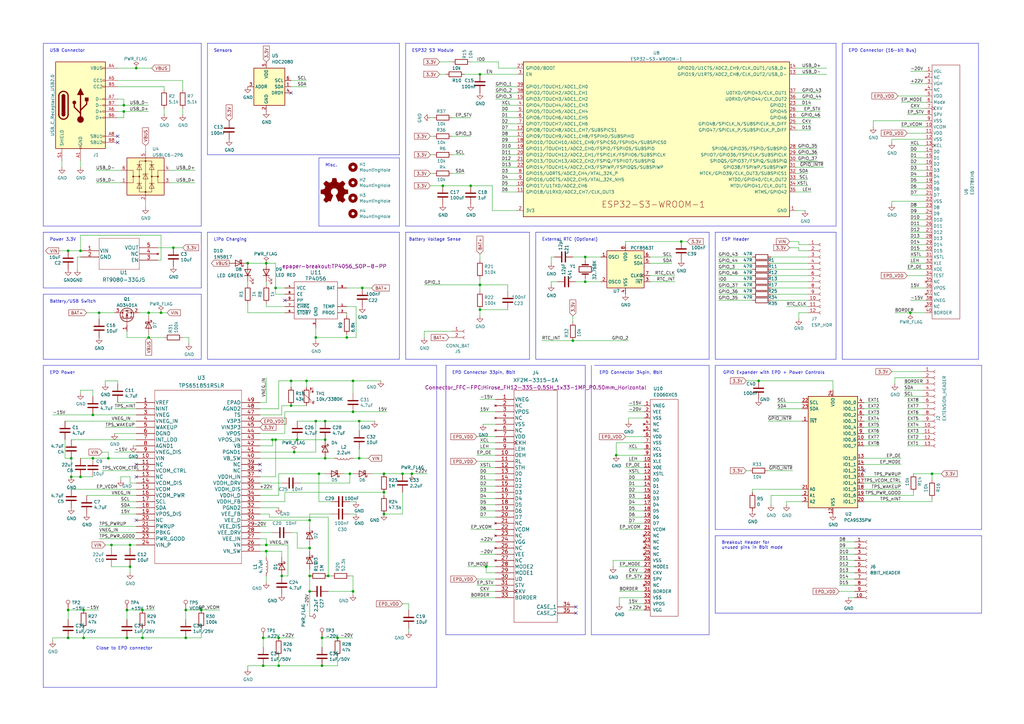
<source format=kicad_sch>
(kicad_sch (version 20230121) (generator eeschema)
  (paper "A3")
  (title_block (title "epdiy") (date "2023-06-12") (rev "v7.0~dev") (comment 3 "License: CC-BY-SA-4.0") (comment 4 "Author: Valentin Roland"))
  (junction (at 33.02 102.87))
  (junction (at 133.35 180.34))
  (junction (at 252.73 186.69))
  (junction (at 373.38 128.27))
  (junction (at 71.12 101.6))
  (junction (at 193.04 76.2))
  (junction (at 55.88 27.94))
  (junction (at 168.91 194.31))
  (junction (at 132.08 261.62))
  (junction (at 129.54 138.43))
  (junction (at 109.22 107.95))
  (junction (at 181.61 76.2))
  (junction (at 115.57 236.22))
  (junction (at 125.73 156.21))
  (junction (at 58.42 261.62))
  (junction (at 109.22 226.06))
  (junction (at 45.72 223.52))
  (junction (at 157.48 194.31))
  (junction (at 382.27 194.31))
  (junction (at 50.8 45.72))
  (junction (at 38.1 170.18))
  (junction (at 142.24 138.43))
  (junction (at 138.43 261.62))
  (junction (at 76.2 250.19))
  (junction (at 196.85 127))
  (junction (at 134.62 236.22))
  (junction (at 147.32 187.96))
  (junction (at 157.48 201.93))
  (junction (at 27.94 250.19))
  (junction (at 27.94 102.87))
  (junction (at 58.42 250.19))
  (junction (at 38.1 187.96))
  (junction (at 33.02 195.58))
  (junction (at 127 242.57))
  (junction (at 240.03 105.41))
  (junction (at 147.32 172.72))
  (junction (at 50.8 43.18))
  (junction (at 143.51 194.31))
  (junction (at 165.1 194.31))
  (junction (at 279.4 99.06))
  (junction (at 234.95 139.7))
  (junction (at 40.64 128.27))
  (junction (at 34.29 261.62))
  (junction (at 127 213.36))
  (junction (at 119.38 156.21))
  (junction (at 144.78 156.21))
  (junction (at 120.65 185.42))
  (junction (at 148.59 118.11))
  (junction (at 196.85 30.48))
  (junction (at 132.08 273.05))
  (junction (at 82.55 250.19))
  (junction (at 240.03 115.57))
  (junction (at 311.15 156.21))
  (junction (at 129.54 172.72))
  (junction (at 127 224.79))
  (junction (at 133.35 172.72))
  (junction (at 27.94 261.62))
  (junction (at 53.34 232.41))
  (junction (at 111.76 180.34))
  (junction (at 114.3 273.05))
  (junction (at 127 236.22))
  (junction (at 107.95 261.62))
  (junction (at 52.07 261.62))
  (junction (at 53.34 223.52))
  (junction (at 196.85 116.84))
  (junction (at 66.04 128.27))
  (junction (at 144.78 242.57))
  (junction (at 60.96 138.43))
  (junction (at 114.3 261.62))
  (junction (at 157.48 210.82))
  (junction (at 133.35 187.96))
  (junction (at 144.78 168.91))
  (junction (at 107.95 273.05))
  (junction (at 109.22 223.52))
  (junction (at 76.2 261.62))
  (junction (at 199.39 232.41))
  (junction (at 44.45 187.96))
  (junction (at 29.21 195.58))
  (junction (at 29.21 187.96))
  (junction (at 52.07 250.19))
  (junction (at 119.38 166.37))
  (junction (at 101.6 107.95))
  (junction (at 60.96 128.27))
  (junction (at 113.03 180.34))
  (junction (at 121.92 180.34))
  (junction (at 34.29 250.19))
  (junction (at 130.81 194.31))
  (junction (at 113.03 118.11))
  (no_connect (at 236.22 248.92))
  (no_connect (at 119.38 38.1))
  (no_connect (at 106.68 190.5))
  (no_connect (at 55.88 190.5))
  (no_connect (at 55.88 195.58))
  (no_connect (at 106.68 193.04))
  (no_connect (at 55.88 213.36))
  (no_connect (at 236.22 251.46))
  (no_connect (at 116.84 123.19))
  (no_connect (at 48.26 55.88))
  (no_connect (at 48.26 58.42))
  (no_connect (at 354.33 193.04))
  (wire (pts (xy 373.38 97.79) (xy 379.73 97.79)))
  (wire (pts (xy 326.39 27.94) (xy 339.09 27.94)))
  (wire (pts (xy 328.93 205.74) (xy 322.58 205.74)))
  (wire (pts (xy 185.42 71.12) (xy 190.5 71.12)))
  (wire (pts (xy 55.88 182.88) (xy 54.61 182.88)))
  (wire (pts (xy 323.85 99.06) (xy 327.66 99.06)))
  (wire (pts (xy 50.8 45.72) (xy 48.26 45.72)))
  (wire (pts (xy 373.38 62.23) (xy 379.73 62.23)))
  (wire (pts (xy 140.97 194.31) (xy 143.51 194.31)))
  (wire (pts (xy 48.26 35.56) (xy 67.31 35.56)))
  (wire (pts (xy 344.17 240.03) (xy 350.52 240.03)))
  (wire (pts (xy 147.32 184.15) (xy 147.32 187.96)))
  (wire (pts (xy 74.93 44.45) (xy 74.93 46.99)))
  (wire (pts (xy 144.78 261.62) (xy 138.43 261.62)))
  (polyline (pts (xy 17.78 92.71) (xy 82.55 92.71)))
  (wire (pts (xy 257.81 209.55) (xy 264.16 209.55)))
  (wire (pts (xy 59.69 62.23) (xy 59.69 59.69)))
  (wire (pts (xy 316.23 203.2) (xy 316.23 207.01)))
  (wire (pts (xy 378.46 165.1) (xy 372.11 165.1)))
  (wire (pts (xy 373.38 118.11) (xy 379.73 118.11)))
  (wire (pts (xy 129.54 138.43) (xy 142.24 138.43)))
  (wire (pts (xy 236.22 115.57) (xy 240.03 115.57)))
  (wire (pts (xy 45.72 223.52) (xy 45.72 224.79)))
  (wire (pts (xy 204.47 27.94) (xy 204.47 25.4)))
  (wire (pts (xy 114.3 203.2) (xy 106.68 203.2)))
  (wire (pts (xy 205.74 58.42) (xy 212.09 58.42)))
  (wire (pts (xy 354.33 167.64) (xy 360.68 167.64)))
  (wire (pts (xy 372.11 46.99) (xy 379.73 46.99)))
  (wire (pts (xy 55.88 170.18) (xy 38.1 170.18)))
  (wire (pts (xy 109.22 226.06) (xy 109.22 228.6)))
  (wire (pts (xy 316.23 115.57) (xy 331.47 115.57)))
  (wire (pts (xy 52.07 261.62) (xy 34.29 261.62)))
  (wire (pts (xy 55.88 208.28) (xy 49.53 208.28)))
  (wire (pts (xy 332.74 53.34) (xy 326.39 53.34)))
  (wire (pts (xy 127 242.57) (xy 127 252.73)))
  (wire (pts (xy 25.4 66.04) (xy 25.4 68.58)))
  (polyline (pts (xy 293.37 149.86) (xy 402.59 149.86)))
  (wire (pts (xy 101.6 115.57) (xy 101.6 116.84)))
  (wire (pts (xy 201.93 76.2) (xy 201.93 86.36)))
  (wire (pts (xy 196.85 104.14) (xy 196.85 106.68)))
  (wire (pts (xy 367.03 154.94) (xy 378.46 154.94)))
  (wire (pts (xy 358.14 49.53) (xy 358.14 52.07)))
  (wire (pts (xy 144.78 242.57) (xy 144.78 243.84)))
  (polyline (pts (xy 17.78 125.73) (xy 17.78 147.32)))
  (wire (pts (xy 373.38 105.41) (xy 379.73 105.41)))
  (polyline (pts (xy 17.78 92.71) (xy 17.78 17.78)))
  (wire (pts (xy 80.01 69.85) (xy 69.85 69.85)))
  (wire (pts (xy 294.64 120.65) (xy 308.61 120.65)))
  (wire (pts (xy 109.22 165.1) (xy 106.68 165.1)))
  (wire (pts (xy 41.91 185.42) (xy 44.45 185.42)))
  (wire (pts (xy 254 217.17) (xy 264.16 217.17)))
  (wire (pts (xy 205.74 76.2) (xy 212.09 76.2)))
  (wire (pts (xy 373.38 29.21) (xy 379.73 29.21)))
  (wire (pts (xy 193.04 76.2) (xy 181.61 76.2)))
  (wire (pts (xy 257.81 214.63) (xy 264.16 214.63)))
  (wire (pts (xy 106.68 187.96) (xy 133.35 187.96)))
  (wire (pts (xy 34.29 250.19) (xy 40.64 250.19)))
  (wire (pts (xy 58.42 257.81) (xy 58.42 261.62)))
  (wire (pts (xy 52.07 254) (xy 52.07 250.19)))
  (wire (pts (xy 77.47 138.43) (xy 77.47 140.97)))
  (wire (pts (xy 115.57 236.22) (xy 118.11 236.22)))
  (wire (pts (xy 256.54 179.07) (xy 264.16 179.07)))
  (wire (pts (xy 35.56 203.2) (xy 55.88 203.2)))
  (wire (pts (xy 127 224.79) (xy 127 226.06)))
  (wire (pts (xy 378.46 170.18) (xy 372.11 170.18)))
  (wire (pts (xy 33.02 105.41) (xy 31.75 105.41)))
  (wire (pts (xy 367.03 128.27) (xy 373.38 128.27)))
  (wire (pts (xy 205.74 68.58) (xy 212.09 68.58)))
  (wire (pts (xy 31.75 105.41) (xy 31.75 110.49)))
  (wire (pts (xy 116.84 168.91) (xy 144.78 168.91)))
  (wire (pts (xy 109.22 125.73) (xy 116.84 125.73)))
  (wire (pts (xy 50.8 48.26) (xy 50.8 45.72)))
  (wire (pts (xy 29.21 180.34) (xy 55.88 180.34)))
  (wire (pts (xy 226.06 105.41) (xy 226.06 107.95)))
  (wire (pts (xy 370.84 157.48) (xy 378.46 157.48)))
  (wire (pts (xy 38.1 187.96) (xy 33.02 187.96)))
  (wire (pts (xy 264.16 171.45) (xy 257.81 171.45)))
  (wire (pts (xy 196.85 227.33) (xy 203.2 227.33)))
  (wire (pts (xy 147.32 176.53) (xy 147.32 172.72)))
  (wire (pts (xy 205.74 48.26) (xy 212.09 48.26)))
  (wire (pts (xy 354.33 203.2) (xy 374.65 203.2)))
  (wire (pts (xy 119.38 33.02) (xy 125.73 33.02)))
  (wire (pts (xy 326.39 38.1) (xy 336.55 38.1)))
  (wire (pts (xy 110.49 210.82) (xy 106.68 210.82)))
  (wire (pts (xy 55.88 27.94) (xy 62.23 27.94)))
  (wire (pts (xy 106.68 198.12) (xy 115.57 198.12)))
  (wire (pts (xy 327.66 130.81) (xy 327.66 128.27)))
  (wire (pts (xy 134.62 212.09) (xy 110.49 212.09)))
  (wire (pts (xy 48.26 27.94) (xy 55.88 27.94)))
  (wire (pts (xy 106.68 182.88) (xy 111.76 182.88)))
  (wire (pts (xy 143.51 194.31) (xy 144.78 194.31)))
  (wire (pts (xy 147.32 187.96) (xy 151.13 187.96)))
  (wire (pts (xy 44.45 185.42) (xy 44.45 187.96)))
  (wire (pts (xy 48.26 156.21) (xy 43.18 156.21)))
  (polyline (pts (xy 166.37 95.25) (xy 217.17 95.25)))
  (wire (pts (xy 184.15 138.43) (xy 185.42 138.43)))
  (wire (pts (xy 120.65 185.42) (xy 129.54 185.42)))
  (wire (pts (xy 378.46 180.34) (xy 372.11 180.34)))
  (wire (pts (xy 101.6 107.95) (xy 109.22 107.95)))
  (wire (pts (xy 354.33 175.26) (xy 360.68 175.26)))
  (wire (pts (xy 106.68 177.8) (xy 116.84 177.8)))
  (wire (pts (xy 101.6 128.27) (xy 116.84 128.27)))
  (wire (pts (xy 176.53 71.12) (xy 177.8 71.12)))
  (wire (pts (xy 373.38 128.27) (xy 379.73 128.27)))
  (wire (pts (xy 256.54 237.49) (xy 264.16 237.49)))
  (wire (pts (xy 132.08 273.05) (xy 138.43 273.05)))
  (wire (pts (xy 354.33 177.8) (xy 360.68 177.8)))
  (wire (pts (xy 196.85 242.57) (xy 203.2 242.57)))
  (wire (pts (xy 294.64 110.49) (xy 308.61 110.49)))
  (wire (pts (xy 195.58 189.23) (xy 203.2 189.23)))
  (wire (pts (xy 33.02 160.02) (xy 33.02 161.29)))
  (wire (pts (xy 373.38 72.39) (xy 379.73 72.39)))
  (wire (pts (xy 382.27 205.74) (xy 382.27 204.47)))
  (wire (pts (xy 90.17 250.19) (xy 82.55 250.19)))
  (wire (pts (xy 266.7 107.95) (xy 275.59 107.95)))
  (wire (pts (xy 196.85 168.91) (xy 203.2 168.91)))
  (wire (pts (xy 114.3 269.24) (xy 114.3 273.05)))
  (polyline (pts (xy 342.9 147.32) (xy 293.37 147.32)))
  (wire (pts (xy 365.76 152.4) (xy 378.46 152.4)))
  (wire (pts (xy 49.53 195.58) (xy 49.53 196.85)))
  (wire (pts (xy 114.3 194.31) (xy 114.3 203.2)))
  (wire (pts (xy 306.07 156.21) (xy 311.15 156.21)))
  (wire (pts (xy 190.5 30.48) (xy 196.85 30.48)))
  (wire (pts (xy 382.27 194.31) (xy 382.27 196.85)))
  (wire (pts (xy 196.85 207.01) (xy 203.2 207.01)))
  (wire (pts (xy 60.96 128.27) (xy 66.04 128.27)))
  (wire (pts (xy 257.81 234.95) (xy 264.16 234.95)))
  (wire (pts (xy 199.39 234.95) (xy 199.39 232.41)))
  (polyline (pts (xy 166.37 95.25) (xy 166.37 147.32)))
  (wire (pts (xy 39.37 69.85) (xy 49.53 69.85)))
  (wire (pts (xy 45.72 223.52) (xy 53.34 223.52)))
  (wire (pts (xy 167.64 247.65) (xy 167.64 250.19)))
  (wire (pts (xy 327.66 101.6) (xy 327.66 102.87)))
  (polyline (pts (xy 130.81 64.77) (xy 163.83 64.77)))
  (wire (pts (xy 82.55 257.81) (xy 82.55 261.62)))
  (polyline (pts (xy 293.37 219.71) (xy 293.37 251.46)))
  (polyline (pts (xy 163.83 95.25) (xy 163.83 147.32)))
  (wire (pts (xy 365.76 57.15) (xy 379.73 57.15)))
  (wire (pts (xy 252.73 181.61) (xy 264.16 181.61)))
  (wire (pts (xy 379.73 123.19) (xy 373.38 123.19)))
  (wire (pts (xy 205.74 50.8) (xy 212.09 50.8)))
  (wire (pts (xy 82.55 261.62) (xy 76.2 261.62)))
  (wire (pts (xy 378.46 172.72) (xy 372.11 172.72)))
  (wire (pts (xy 133.35 172.72) (xy 147.32 172.72)))
  (wire (pts (xy 27.94 250.19) (xy 34.29 250.19)))
  (wire (pts (xy 167.64 259.08) (xy 167.64 257.81)))
  (wire (pts (xy 48.26 48.26) (xy 50.8 48.26)))
  (wire (pts (xy 373.38 34.29) (xy 379.73 34.29)))
  (wire (pts (xy 195.58 179.07) (xy 203.2 179.07)))
  (wire (pts (xy 109.22 220.98) (xy 106.68 220.98)))
  (wire (pts (xy 109.22 165.1) (xy 109.22 154.94)))
  (wire (pts (xy 50.8 43.18) (xy 48.26 43.18)))
  (wire (pts (xy 257.81 196.85) (xy 264.16 196.85)))
  (wire (pts (xy 113.03 180.34) (xy 121.92 180.34)))
  (wire (pts (xy 142.24 137.16) (xy 142.24 138.43)))
  (polyline (pts (xy 293.37 219.71) (xy 402.59 219.71)))
  (polyline (pts (xy 166.37 92.71) (xy 342.9 92.71)))
  (wire (pts (xy 35.56 128.27) (xy 40.64 128.27)))
  (wire (pts (xy 127 233.68) (xy 127 236.22)))
  (wire (pts (xy 38.1 187.96) (xy 44.45 187.96)))
  (wire (pts (xy 113.03 107.95) (xy 113.03 118.11)))
  (wire (pts (xy 115.57 170.18) (xy 115.57 166.37)))
  (wire (pts (xy 40.64 128.27) (xy 40.64 130.81)))
  (wire (pts (xy 314.96 193.04) (xy 325.12 193.04)))
  (polyline (pts (xy 130.81 64.77) (xy 130.81 92.71)))
  (wire (pts (xy 115.57 226.06) (xy 115.57 228.6)))
  (polyline (pts (xy 17.78 118.11) (xy 82.55 118.11)))
  (wire (pts (xy 257.81 204.47) (xy 264.16 204.47)))
  (polyline (pts (xy 17.78 17.78) (xy 82.55 17.78)))
  (polyline (pts (xy 342.9 92.71) (xy 342.9 17.78)))
  (wire (pts (xy 114.3 156.21) (xy 119.38 156.21)))
  (wire (pts (xy 326.39 63.5) (xy 335.28 63.5)))
  (wire (pts (xy 165.1 210.82) (xy 165.1 201.93)))
  (wire (pts (xy 382.27 194.31) (xy 386.08 194.31)))
  (wire (pts (xy 107.95 265.43) (xy 107.95 261.62)))
  (polyline (pts (xy 293.37 95.25) (xy 293.37 147.32)))
  (wire (pts (xy 53.34 195.58) (xy 49.53 195.58)))
  (wire (pts (xy 322.58 125.73) (xy 331.47 125.73)))
  (wire (pts (xy 318.77 165.1) (xy 328.93 165.1)))
  (wire (pts (xy 196.85 201.93) (xy 203.2 201.93)))
  (wire (pts (xy 52.07 138.43) (xy 60.96 138.43)))
  (wire (pts (xy 294.64 115.57) (xy 308.61 115.57)))
  (wire (pts (xy 185.42 63.5) (xy 190.5 63.5)))
  (wire (pts (xy 66.04 106.68) (xy 66.04 96.52)))
  (wire (pts (xy 196.85 30.48) (xy 212.09 30.48)))
  (wire (pts (xy 33.02 66.04) (xy 33.02 68.58)))
  (wire (pts (xy 46.99 167.64) (xy 55.88 167.64)))
  (wire (pts (xy 327.66 99.06) (xy 327.66 100.33)))
  (wire (pts (xy 365.76 58.42) (xy 365.76 57.15)))
  (wire (pts (xy 264.16 166.37) (xy 257.81 166.37)))
  (wire (pts (xy 350.52 245.11) (xy 347.98 245.11)))
  (wire (pts (xy 114.3 261.62) (xy 120.65 261.62)))
  (wire (pts (xy 205.74 78.74) (xy 212.09 78.74)))
  (wire (pts (xy 326.39 30.48) (xy 339.09 30.48)))
  (wire (pts (xy 326.39 71.12) (xy 331.47 71.12)))
  (wire (pts (xy 316.23 118.11) (xy 331.47 118.11)))
  (wire (pts (xy 148.59 118.11) (xy 152.4 118.11)))
  (wire (pts (xy 38.1 162.56) (xy 38.1 160.02)))
  (wire (pts (xy 119.38 218.44) (xy 121.92 218.44)))
  (wire (pts (xy 106.68 215.9) (xy 109.22 215.9)))
  (wire (pts (xy 26.67 172.72) (xy 55.88 172.72)))
  (wire (pts (xy 294.64 118.11) (xy 308.61 118.11)))
  (wire (pts (xy 114.3 208.28) (xy 106.68 208.28)))
  (wire (pts (xy 205.74 73.66) (xy 212.09 73.66)))
  (wire (pts (xy 66.04 96.52) (xy 33.02 96.52)))
  (polyline (pts (xy 182.88 149.86) (xy 182.88 260.35)))
  (wire (pts (xy 111.76 218.44) (xy 106.68 218.44)))
  (wire (pts (xy 344.17 222.25) (xy 350.52 222.25)))
  (wire (pts (xy 365.76 83.82) (xy 365.76 82.55)))
  (wire (pts (xy 264.16 245.11) (xy 254 245.11)))
  (wire (pts (xy 378.46 167.64) (xy 372.11 167.64)))
  (wire (pts (xy 252.73 186.69) (xy 264.16 186.69)))
  (wire (pts (xy 294.64 107.95) (xy 308.61 107.95)))
  (wire (pts (xy 256.54 99.06) (xy 279.4 99.06)))
  (wire (pts (xy 34.29 257.81) (xy 34.29 261.62)))
  (wire (pts (xy 326.39 66.04) (xy 335.28 66.04)))
  (wire (pts (xy 195.58 186.69) (xy 203.2 186.69)))
  (polyline (pts (xy 17.78 281.94) (xy 179.07 281.94)))
  (wire (pts (xy 38.1 195.58) (xy 33.02 195.58)))
  (wire (pts (xy 373.38 100.33) (xy 379.73 100.33)))
  (wire (pts (xy 21.59 170.18) (xy 38.1 170.18)))
  (wire (pts (xy 372.11 54.61) (xy 379.73 54.61)))
  (wire (pts (xy 157.48 210.82) (xy 165.1 210.82)))
  (wire (pts (xy 125.73 156.21) (xy 144.78 156.21)))
  (wire (pts (xy 21.59 261.62) (xy 21.59 262.89)))
  (wire (pts (xy 33.02 195.58) (xy 29.21 195.58)))
  (wire (pts (xy 354.33 198.12) (xy 369.57 198.12)))
  (wire (pts (xy 308.61 201.93) (xy 308.61 200.66)))
  (polyline (pts (xy 163.83 147.32) (xy 85.09 147.32)))
  (wire (pts (xy 60.96 43.18) (xy 50.8 43.18)))
  (wire (pts (xy 80.01 74.93) (xy 69.85 74.93)))
  (wire (pts (xy 64.77 106.68) (xy 66.04 106.68)))
  (wire (pts (xy 134.62 236.22) (xy 135.89 236.22)))
  (wire (pts (xy 60.96 137.16) (xy 60.96 138.43)))
  (wire (pts (xy 196.85 191.77) (xy 203.2 191.77)))
  (wire (pts (xy 256.54 99.06) (xy 256.54 100.33)))
  (wire (pts (xy 74.93 138.43) (xy 77.47 138.43)))
  (wire (pts (xy 109.22 124.46) (xy 109.22 125.73)))
  (polyline (pts (xy 166.37 17.78) (xy 342.9 17.78)))
  (wire (pts (xy 127 236.22) (xy 127 242.57)))
  (wire (pts (xy 55.88 177.8) (xy 46.99 177.8)))
  (wire (pts (xy 257.81 194.31) (xy 264.16 194.31)))
  (wire (pts (xy 373.38 107.95) (xy 379.73 107.95)))
  (wire (pts (xy 40.64 215.9) (xy 55.88 215.9)))
  (wire (pts (xy 266.7 115.57) (xy 276.86 115.57)))
  (wire (pts (xy 316.23 107.95) (xy 331.47 107.95)))
  (wire (pts (xy 144.78 156.21) (xy 156.21 156.21)))
  (polyline (pts (xy 163.83 92.71) (xy 130.81 92.71)))
  (wire (pts (xy 106.68 180.34) (xy 111.76 180.34)))
  (wire (pts (xy 208.28 116.84) (xy 208.28 119.38)))
  (wire (pts (xy 101.6 273.05) (xy 101.6 274.32)))
  (polyline (pts (xy 17.78 149.86) (xy 179.07 149.86)))
  (wire (pts (xy 344.17 229.87) (xy 350.52 229.87)))
  (wire (pts (xy 326.39 76.2) (xy 331.47 76.2)))
  (wire (pts (xy 257.81 201.93) (xy 264.16 201.93)))
  (wire (pts (xy 279.4 99.06) (xy 281.94 99.06)))
  (polyline (pts (xy 82.55 17.78) (xy 82.55 92.71)))
  (wire (pts (xy 205.74 66.04) (xy 212.09 66.04)))
  (wire (pts (xy 185.42 48.26) (xy 193.04 48.26)))
  (wire (pts (xy 308.61 200.66) (xy 328.93 200.66)))
  (wire (pts (xy 40.64 128.27) (xy 46.99 128.27)))
  (wire (pts (xy 234.95 105.41) (xy 240.03 105.41)))
  (wire (pts (xy 327.66 128.27) (xy 331.47 128.27)))
  (wire (pts (xy 373.38 74.93) (xy 379.73 74.93)))
  (wire (pts (xy 328.93 203.2) (xy 316.23 203.2)))
  (wire (pts (xy 27.94 261.62) (xy 21.59 261.62)))
  (wire (pts (xy 196.85 181.61) (xy 203.2 181.61)))
  (wire (pts (xy 144.78 187.96) (xy 147.32 187.96)))
  (wire (pts (xy 127 213.36) (xy 127 210.82)))
  (wire (pts (xy 326.39 45.72) (xy 336.55 45.72)))
  (wire (pts (xy 327.66 100.33) (xy 331.47 100.33)))
  (wire (pts (xy 26.67 187.96) (xy 29.21 187.96)))
  (wire (pts (xy 198.12 173.99) (xy 203.2 173.99)))
  (wire (pts (xy 109.22 226.06) (xy 115.57 226.06)))
  (wire (pts (xy 132.08 261.62) (xy 138.43 261.62)))
  (wire (pts (xy 40.64 218.44) (xy 55.88 218.44)))
  (wire (pts (xy 157.48 201.93) (xy 157.48 203.2)))
  (wire (pts (xy 205.74 53.34) (xy 212.09 53.34)))
  (wire (pts (xy 106.68 205.74) (xy 116.84 205.74)))
  (wire (pts (xy 129.54 172.72) (xy 133.35 172.72)))
  (wire (pts (xy 116.84 205.74) (xy 116.84 201.93)))
  (polyline (pts (xy 17.78 149.86) (xy 17.78 281.94)))
  (wire (pts (xy 306.07 193.04) (xy 307.34 193.04)))
  (polyline (pts (xy 402.59 251.46) (xy 293.37 251.46)))
  (wire (pts (xy 118.11 236.22) (xy 118.11 223.52)))
  (wire (pts (xy 344.17 234.95) (xy 350.52 234.95)))
  (wire (pts (xy 27.94 102.87) (xy 33.02 102.87)))
  (wire (pts (xy 110.49 212.09) (xy 110.49 210.82)))
  (wire (pts (xy 264.16 229.87) (xy 251.46 229.87)))
  (wire (pts (xy 294.64 105.41) (xy 308.61 105.41)))
  (wire (pts (xy 203.2 38.1) (xy 212.09 38.1)))
  (polyline (pts (xy 182.88 149.86) (xy 240.03 149.86)))
  (wire (pts (xy 257.81 171.45) (xy 257.81 172.72)))
  (wire (pts (xy 165.1 194.31) (xy 168.91 194.31)))
  (polyline (pts (xy 163.83 64.77) (xy 163.83 92.71)))
  (wire (pts (xy 257.81 250.19) (xy 264.16 250.19)))
  (wire (pts (xy 196.85 199.39) (xy 203.2 199.39)))
  (wire (pts (xy 326.39 48.26) (xy 336.55 48.26)))
  (wire (pts (xy 195.58 237.49) (xy 203.2 237.49)))
  (polyline (pts (xy 179.07 281.94) (xy 179.07 149.86)))
  (wire (pts (xy 157.48 194.31) (xy 165.1 194.31)))
  (wire (pts (xy 138.43 273.05) (xy 138.43 269.24)))
  (wire (pts (xy 196.85 222.25) (xy 203.2 222.25)))
  (wire (pts (xy 257.81 212.09) (xy 264.16 212.09)))
  (wire (pts (xy 55.88 193.04) (xy 41.91 193.04)))
  (wire (pts (xy 109.22 115.57) (xy 109.22 116.84)))
  (wire (pts (xy 373.38 59.69) (xy 379.73 59.69)))
  (polyline (pts (xy 290.83 149.86) (xy 290.83 260.35)))
  (polyline (pts (xy 402.59 219.71) (xy 402.59 251.46)))
  (polyline (pts (xy 166.37 17.78) (xy 166.37 92.71)))
  (wire (pts (xy 101.6 124.46) (xy 101.6 128.27)))
  (wire (pts (xy 173.99 116.84) (xy 196.85 116.84)))
  (wire (pts (xy 196.85 127) (xy 196.85 129.54)))
  (wire (pts (xy 43.18 156.21) (xy 43.18 157.48)))
  (wire (pts (xy 240.03 115.57) (xy 240.03 114.3)))
  (wire (pts (xy 344.17 232.41) (xy 350.52 232.41)))
  (wire (pts (xy 143.51 198.12) (xy 143.51 194.31)))
  (wire (pts (xy 344.17 227.33) (xy 350.52 227.33)))
  (wire (pts (xy 173.99 135.89) (xy 173.99 138.43)))
  (wire (pts (xy 71.12 101.6) (xy 74.93 101.6)))
  (wire (pts (xy 199.39 232.41) (xy 203.2 232.41)))
  (wire (pts (xy 48.26 33.02) (xy 74.93 33.02)))
  (wire (pts (xy 114.3 194.31) (xy 130.81 194.31)))
  (polyline (pts (xy 85.09 95.25) (xy 163.83 95.25)))
  (wire (pts (xy 212.09 27.94) (xy 204.47 27.94)))
  (wire (pts (xy 125.73 158.75) (xy 125.73 156.21)))
  (wire (pts (xy 129.54 185.42) (xy 129.54 172.72)))
  (polyline (pts (xy 402.59 149.86) (xy 402.59 217.17)))
  (polyline (pts (xy 82.55 120.65) (xy 17.78 120.65)))
  (wire (pts (xy 116.84 168.91) (xy 116.84 177.8)))
  (wire (pts (xy 109.22 238.76) (xy 109.22 236.22)))
  (wire (pts (xy 373.38 64.77) (xy 379.73 64.77)))
  (wire (pts (xy 257.81 207.01) (xy 264.16 207.01)))
  (wire (pts (xy 52.07 250.19) (xy 58.42 250.19)))
  (wire (pts (xy 44.45 187.96) (xy 55.88 187.96)))
  (wire (pts (xy 367.03 154.94) (xy 367.03 157.48)))
  (wire (pts (xy 119.38 156.21) (xy 125.73 156.21)))
  (wire (pts (xy 127 213.36) (xy 127 215.9)))
  (wire (pts (xy 266.7 105.41) (xy 275.59 105.41)))
  (wire (pts (xy 240.03 105.41) (xy 246.38 105.41)))
  (wire (pts (xy 374.65 194.31) (xy 382.27 194.31)))
  (wire (pts (xy 196.85 212.09) (xy 203.2 212.09)))
  (wire (pts (xy 106.68 213.36) (xy 127 213.36)))
  (wire (pts (xy 234.95 129.54) (xy 234.95 132.08)))
  (wire (pts (xy 254 242.57) (xy 264.16 242.57)))
  (wire (pts (xy 354.33 190.5) (xy 369.57 190.5)))
  (wire (pts (xy 180.34 30.48) (xy 182.88 30.48)))
  (wire (pts (xy 208.28 127) (xy 196.85 127)))
  (wire (pts (xy 143.51 210.82) (xy 146.05 210.82)))
  (wire (pts (xy 354.33 170.18) (xy 360.68 170.18)))
  (wire (pts (xy 373.38 92.71) (xy 379.73 92.71)))
  (wire (pts (xy 205.74 43.18) (xy 212.09 43.18)))
  (wire (pts (xy 55.88 175.26) (xy 43.18 175.26)))
  (wire (pts (xy 326.39 40.64) (xy 336.55 40.64)))
  (wire (pts (xy 127 223.52) (xy 127 224.79)))
  (wire (pts (xy 369.57 195.58) (xy 354.33 195.58)))
  (polyline (pts (xy 219.71 95.25) (xy 219.71 147.32)))
  (wire (pts (xy 113.03 195.58) (xy 106.68 195.58)))
  (wire (pts (xy 196.85 116.84) (xy 196.85 114.3)))
  (wire (pts (xy 203.2 234.95) (xy 199.39 234.95)))
  (wire (pts (xy 76.2 261.62) (xy 58.42 261.62)))
  (wire (pts (xy 256.54 191.77) (xy 264.16 191.77)))
  (wire (pts (xy 168.91 194.31) (xy 175.26 194.31)))
  (wire (pts (xy 191.77 232.41) (xy 199.39 232.41)))
  (wire (pts (xy 107.95 261.62) (xy 114.3 261.62)))
  (polyline (pts (xy 85.09 17.78) (xy 163.83 17.78)))
  (wire (pts (xy 314.96 172.72) (xy 328.93 172.72)))
  (wire (pts (xy 111.76 180.34) (xy 113.03 180.34)))
  (wire (pts (xy 294.64 123.19) (xy 308.61 123.19)))
  (wire (pts (xy 59.69 82.55) (xy 59.69 85.09)))
  (wire (pts (xy 316.23 105.41) (xy 331.47 105.41)))
  (wire (pts (xy 116.84 201.93) (xy 157.48 201.93)))
  (wire (pts (xy 257.81 168.91) (xy 264.16 168.91)))
  (wire (pts (xy 152.4 194.31) (xy 157.48 194.31)))
  (wire (pts (xy 373.38 87.63) (xy 379.73 87.63)))
  (wire (pts (xy 354.33 180.34) (xy 360.68 180.34)))
  (wire (pts (xy 369.57 41.91) (xy 379.73 41.91)))
  (wire (pts (xy 49.53 205.74) (xy 55.88 205.74)))
  (wire (pts (xy 370.84 162.56) (xy 378.46 162.56)))
  (wire (pts (xy 143.51 205.74) (xy 146.05 205.74)))
  (wire (pts (xy 121.92 224.79) (xy 127 224.79)))
  (polyline (pts (xy 85.09 17.78) (xy 85.09 63.5)))
  (wire (pts (xy 196.85 184.15) (xy 203.2 184.15)))
  (wire (pts (xy 67.31 35.56) (xy 67.31 36.83)))
  (wire (pts (xy 373.38 44.45) (xy 379.73 44.45)))
  (wire (pts (xy 29.21 195.58) (xy 29.21 187.96)))
  (wire (pts (xy 257.81 247.65) (xy 264.16 247.65)))
  (wire (pts (xy 119.38 166.37) (xy 125.73 166.37)))
  (wire (pts (xy 176.53 55.88) (xy 177.8 55.88)))
  (wire (pts (xy 176.53 63.5) (xy 177.8 63.5)))
  (wire (pts (xy 196.85 204.47) (xy 203.2 204.47)))
  (wire (pts (xy 193.04 76.2) (xy 201.93 76.2)))
  (wire (pts (xy 26.67 180.34) (xy 26.67 187.96)))
  (wire (pts (xy 196.85 116.84) (xy 208.28 116.84)))
  (wire (pts (xy 134.62 236.22) (xy 134.62 212.09)))
  (wire (pts (xy 372.11 110.49) (xy 379.73 110.49)))
  (wire (pts (xy 316.23 120.65) (xy 331.47 120.65)))
  (polyline (pts (xy 290.83 95.25) (xy 219.71 95.25)))
  (wire (pts (xy 53.34 234.95) (xy 53.34 232.41)))
  (wire (pts (xy 240.03 115.57) (xy 246.38 115.57)))
  (wire (pts (xy 173.99 135.89) (xy 185.42 135.89)))
  (wire (pts (xy 66.04 128.27) (xy 68.58 128.27)))
  (polyline (pts (xy 166.37 147.32) (xy 217.17 147.32)))
  (wire (pts (xy 257.81 189.23) (xy 264.16 189.23)))
  (wire (pts (xy 121.92 180.34) (xy 133.35 180.34)))
  (polyline (pts (xy 345.44 17.78) (xy 401.32 17.78)))
  (wire (pts (xy 316.23 110.49) (xy 331.47 110.49)))
  (wire (pts (xy 257.81 199.39) (xy 264.16 199.39)))
  (wire (pts (xy 378.46 182.88) (xy 372.11 182.88)))
  (wire (pts (xy 113.03 120.65) (xy 116.84 120.65)))
  (wire (pts (xy 196.85 194.31) (xy 203.2 194.31)))
  (wire (pts (xy 109.22 223.52) (xy 109.22 220.98)))
  (wire (pts (xy 196.85 196.85) (xy 203.2 196.85)))
  (wire (pts (xy 196.85 209.55) (xy 203.2 209.55)))
  (wire (pts (xy 378.46 177.8) (xy 372.11 177.8)))
  (polyline (pts (xy 242.57 149.86) (xy 242.57 260.35)))
  (wire (pts (xy 33.02 96.52) (xy 33.02 102.87)))
  (wire (pts (xy 318.77 167.64) (xy 328.93 167.64)))
  (wire (pts (xy 185.42 55.88) (xy 193.04 55.88)))
  (wire (pts (xy 64.77 101.6) (xy 71.12 101.6)))
  (wire (pts (xy 113.03 118.11) (xy 116.84 118.11)))
  (wire (pts (xy 195.58 240.03) (xy 203.2 240.03)))
  (wire (pts (xy 227.33 105.41) (xy 226.06 105.41)))
  (wire (pts (xy 203.2 40.64) (xy 212.09 40.64)))
  (wire (pts (xy 332.74 50.8) (xy 326.39 50.8)))
  (wire (pts (xy 344.17 224.79) (xy 350.52 224.79)))
  (wire (pts (xy 181.61 76.2) (xy 176.53 76.2)))
  (wire (pts (xy 55.88 165.1) (xy 48.26 165.1)))
  (wire (pts (xy 130.81 205.74) (xy 135.89 205.74)))
  (wire (pts (xy 119.38 158.75) (xy 119.38 156.21)))
  (wire (pts (xy 147.32 172.72) (xy 153.67 172.72)))
  (wire (pts (xy 109.22 223.52) (xy 106.68 223.52)))
  (wire (pts (xy 373.38 69.85) (xy 379.73 69.85)))
  (wire (pts (xy 180.34 25.4) (xy 185.42 25.4)))
  (wire (pts (xy 358.14 49.53) (xy 379.73 49.53)))
  (polyline (pts (xy 243.84 149.86) (xy 290.83 149.86)))
  (wire (pts (xy 57.15 128.27) (xy 60.96 128.27)))
  (wire (pts (xy 50.8 40.64) (xy 50.8 43.18)))
  (polyline (pts (xy 217.17 147.32) (xy 217.17 95.25)))
  (wire (pts (xy 203.2 163.83) (xy 196.85 163.83)))
  (polyline (pts (xy 17.78 147.32) (xy 82.55 147.32)))
  (wire (pts (xy 127 210.82) (xy 135.89 210.82)))
  (wire (pts (xy 129.54 172.72) (xy 121.92 172.72)))
  (wire (pts (xy 316.23 113.03) (xy 331.47 113.03)))
  (wire (pts (xy 53.34 223.52) (xy 53.34 224.79)))
  (wire (pts (xy 193.04 245.11) (xy 203.2 245.11)))
  (wire (pts (xy 119.38 35.56) (xy 125.73 35.56)))
  (wire (pts (xy 222.25 139.7) (xy 234.95 139.7)))
  (polyline (pts (xy 293.37 95.25) (xy 342.9 95.25)))
  (wire (pts (xy 326.39 68.58) (xy 337.82 68.58)))
  (wire (pts (xy 29.21 200.66) (xy 55.88 200.66)))
  (wire (pts (xy 24.13 102.87) (xy 27.94 102.87)))
  (wire (pts (xy 326.39 86.36) (xy 330.2 86.36)))
  (wire (pts (xy 142.24 138.43) (xy 146.05 138.43)))
  (wire (pts (xy 344.17 242.57) (xy 350.52 242.57)))
  (wire (pts (xy 372.11 113.03) (xy 379.73 113.03)))
  (wire (pts (xy 114.3 273.05) (xy 132.08 273.05)))
  (polyline (pts (xy 219.71 147.32) (xy 290.83 147.32)))
  (polyline (pts (xy 401.32 17.78) (xy 401.32 147.32)))
  (wire (pts (xy 27.94 254) (xy 27.94 250.19)))
  (wire (pts (xy 205.74 71.12) (xy 212.09 71.12)))
  (wire (pts (xy 58.42 250.19) (xy 63.5 250.19)))
  (wire (pts (xy 130.81 194.31) (xy 133.35 194.31)))
  (wire (pts (xy 226.06 115.57) (xy 226.06 116.84)))
  (wire (pts (xy 60.96 45.72) (xy 50.8 45.72)))
  (wire (pts (xy 60.96 128.27) (xy 60.96 129.54)))
  (wire (pts (xy 43.18 223.52) (xy 45.72 223.52)))
  (wire (pts (xy 251.46 229.87) (xy 251.46 232.41)))
  (wire (pts (xy 107.95 273.05) (xy 101.6 273.05)))
  (wire (pts (xy 55.88 210.82) (xy 49.53 210.82)))
  (wire (pts (xy 311.15 156.21) (xy 341.63 156.21)))
  (wire (pts (xy 48.26 157.48) (xy 48.26 156.21)))
  (wire (pts (xy 373.38 90.17) (xy 379.73 90.17)))
  (wire (pts (xy 67.31 138.43) (xy 60.96 138.43)))
  (wire (pts (xy 341.63 156.21) (xy 341.63 160.02)))
  (wire (pts (xy 40.64 220.98) (xy 55.88 220.98)))
  (wire (pts (xy 165.1 247.65) (xy 167.64 247.65)))
  (wire (pts (xy 106.68 167.64) (xy 114.3 167.64)))
  (wire (pts (xy 369.57 52.07) (xy 379.73 52.07)))
  (wire (pts (xy 67.31 44.45) (xy 67.31 46.99)))
  (polyline (pts (xy 17.78 95.25) (xy 82.55 95.25)))
  (wire (pts (xy 354.33 182.88) (xy 360.68 182.88)))
  (wire (pts (xy 205.74 45.72) (xy 212.09 45.72)))
  (wire (pts (xy 326.39 73.66) (xy 331.47 73.66)))
  (wire (pts (xy 368.3 39.37) (xy 379.73 39.37)))
  (wire (pts (xy 257.81 184.15) (xy 264.16 184.15)))
  (wire (pts (xy 143.51 236.22) (xy 144.78 236.22)))
  (wire (pts (xy 121.92 218.44) (xy 121.92 224.79)))
  (wire (pts (xy 142.24 118.11) (xy 148.59 118.11)))
  (polyline (pts (xy 240.03 260.35) (xy 182.88 260.35)))
  (wire (pts (xy 201.93 86.36) (xy 212.09 86.36)))
  (wire (pts (xy 373.38 67.31) (xy 379.73 67.31)))
  (wire (pts (xy 374.65 201.93) (xy 374.65 203.2)))
  (wire (pts (xy 34.29 261.62) (xy 27.94 261.62)))
  (wire (pts (xy 254 232.41) (xy 264.16 232.41)))
  (wire (pts (xy 106.68 170.18) (xy 115.57 170.18)))
  (wire (pts (xy 354.33 205.74) (xy 382.27 205.74)))
  (polyline (pts (xy 85.09 147.32) (xy 85.09 95.25)))
  (polyline (pts (xy 240.03 149.86) (xy 240.03 260.35)))
  (wire (pts (xy 118.11 223.52) (xy 109.22 223.52)))
  (wire (pts (xy 373.38 80.01) (xy 379.73 80.01)))
  (wire (pts (xy 370.84 160.02) (xy 378.46 160.02)))
  (wire (pts (xy 38.1 160.02) (xy 33.02 160.02)))
  (wire (pts (xy 146.05 125.73) (xy 146.05 138.43)))
  (wire (pts (xy 55.88 223.52) (xy 53.34 223.52)))
  (wire (pts (xy 354.33 165.1) (xy 360.68 165.1)))
  (wire (pts (xy 39.37 74.93) (xy 49.53 74.93)))
  (wire (pts (xy 115.57 166.37) (xy 119.38 166.37)))
  (wire (pts (xy 354.33 172.72) (xy 360.68 172.72)))
  (polyline (pts (xy 17.78 118.11) (xy 17.78 95.25)))
  (wire (pts (xy 132.08 265.43) (xy 132.08 261.62)))
  (wire (pts (xy 373.38 102.87) (xy 379.73 102.87)))
  (polyline (pts (xy 82.55 120.65) (xy 82.55 147.32)))
  (wire (pts (xy 133.35 187.96) (xy 137.16 187.96)))
  (wire (pts (xy 55.88 185.42) (xy 46.99 185.42)))
  (polyline (pts (xy 163.83 63.5) (xy 85.09 63.5)))
  (wire (pts (xy 316.23 123.19) (xy 331.47 123.19)))
  (wire (pts (xy 344.17 237.49) (xy 350.52 237.49)))
  (wire (pts (xy 144.78 161.29) (xy 144.78 156.21)))
  (wire (pts (xy 332.74 78.74) (xy 326.39 78.74)))
  (polyline (pts (xy 293.37 149.86) (xy 293.37 217.17)))
  (wire (pts (xy 365.76 82.55) (xy 379.73 82.55)))
  (wire (pts (xy 82.55 250.19) (xy 76.2 250.19)))
  (wire (pts (xy 142.24 128.27) (xy 142.24 129.54)))
  (wire (pts (xy 111.76 200.66) (xy 106.68 200.66)))
  (wire (pts (xy 354.33 187.96) (xy 369.57 187.96)))
  (wire (pts (xy 74.93 33.02) (xy 74.93 36.83)))
  (wire (pts (xy 332.74 43.18) (xy 326.39 43.18)))
  (wire (pts (xy 373.38 85.09) (xy 379.73 85.09)))
  (wire (pts (xy 254 245.11) (xy 254 247.65)))
  (polyline (pts (xy 290.83 147.32) (xy 290.83 95.25)))
  (polyline (pts (xy 17.78 120.65) (xy 17.78 125.73)))
  (polyline (pts (xy 290.83 260.35) (xy 242.57 260.35)))
  (wire (pts (xy 48.26 40.64) (xy 50.8 40.64)))
  (polyline (pts (xy 342.9 95.25) (xy 342.9 147.32)))
  (wire (pts (xy 240.03 106.68) (xy 240.03 105.41)))
  (wire (pts (xy 129.54 139.7) (xy 129.54 138.43)))
  (polyline (pts (xy 402.59 217.17) (xy 293.37 217.17)))
  (wire (pts (xy 373.38 77.47) (xy 379.73 77.47)))
  (wire (pts (xy 234.95 139.7) (xy 257.81 139.7)))
  (wire (pts (xy 323.85 101.6) (xy 327.66 101.6)))
  (wire (pts (xy 113.03 118.11) (xy 113.03 120.65)))
  (wire (pts (xy 294.64 113.03) (xy 308.61 113.03)))
  (wire (pts (xy 205.74 63.5) (xy 212.09 63.5)))
  (wire (pts (xy 130.81 194.31) (xy 130.81 205.74)))
  (wire (pts (xy 52.07 135.89) (xy 52.07 138.43)))
  (wire (pts (xy 111.76 182.88) (xy 111.76 180.34)))
  (wire (pts (xy 55.88 198.12) (xy 53.34 198.12)))
  (wire (pts (xy 53.34 198.12) (xy 53.34 195.58)))
  (wire (pts (xy 107.95 273.05) (xy 114.3 273.05)))
  (wire (pts (xy 228.6 115.57) (xy 226.06 115.57)))
  (wire (pts (xy 266.7 113.03) (xy 276.86 113.03)))
  (wire (pts (xy 134.62 242.57) (xy 144.78 242.57)))
  (wire (pts (xy 113.03 180.34) (xy 113.03 195.58)))
  (wire (pts (xy 45.72 232.41) (xy 53.34 232.41)))
  (polyline (pts (xy 82.55 118.11) (xy 82.55 95.25)))
  (wire (pts (xy 123.19 198.12) (xy 143.51 198.12)))
  (wire (pts (xy 204.47 25.4) (xy 193.04 25.4)))
  (wire (pts (xy 176.53 48.26) (xy 177.8 48.26)))
  (wire (pts (xy 322.58 205.74) (xy 322.58 207.01)))
  (wire (pts (xy 106.68 185.42) (xy 120.65 185.42)))
  (wire (pts (xy 203.2 35.56) (xy 212.09 35.56)))
  (wire (pts (xy 144.78 168.91) (xy 158.75 168.91)))
  (wire (pts (xy 193.04 217.17) (xy 203.2 217.17)))
  (wire (pts (xy 144.78 236.22) (xy 144.78 242.57)))
  (wire (pts (xy 354.33 200.66) (xy 369.57 200.66)))
  (wire (pts (xy 106.68 226.06) (xy 109.22 226.06)))
  (wire (pts (xy 129.54 138.43) (xy 129.54 134.62)))
  (wire (pts (xy 114.3 167.64) (xy 114.3 156.21)))
  (wire (pts (xy 142.24 125.73) (xy 146.05 125.73)))
  (polyline (pts (xy 163.83 17.78) (xy 163.83 63.5)))
  (wire (pts (xy 205.74 55.88) (xy 212.09 55.88)))
  (wire (pts (xy 326.39 60.96) (xy 335.28 60.96)))
  (wire (pts (xy 196.85 116.84) (xy 196.85 119.38)))
  (wire (pts (xy 378.46 175.26) (xy 372.11 175.26)))
  (wire (pts (xy 373.38 95.25) (xy 379.73 95.25)))
  (polyline (pts (xy 345.44 147.32) (xy 345.44 17.78)))
  (wire (pts (xy 76.2 250.19) (xy 76.2 254)))
  (wire (pts (xy 205.74 60.96) (xy 212.09 60.96)))
  (wire (pts (xy 252.73 186.69) (xy 252.73 181.61)))
  (wire (pts (xy 327.66 102.87) (xy 331.47 102.87)))
  (wire (pts (xy 109.22 107.95) (xy 113.03 107.95)))
  (wire (pts (xy 58.42 261.62) (xy 52.07 261.62)))
  (polyline (pts (xy 401.32 147.32) (xy 345.44 147.32)))
  (text "Battery Voltage Sense" (at 167.64 99.06 0) (effects (font (size 1.27 1.27)) (justify left bottom)))
  (text "Misc." (at 133.35 68.58 0) (effects (font (size 1.27 1.27)) (justify left bottom)))
  (text "EPD Power" (at 20.32 153.67 0) (effects (font (size 1.27 1.27)) (justify left bottom)))
  (text "ESP Header" (at 295.91 99.06 0) (effects (font (size 1.27 1.27)) (justify left bottom)))
  (text "GPIO Expander with EPD + Power Controls" (at 296.545 153.67 0) (effects (font (size 1.27 1.27)) (justify left bottom)))
  (text "USB Connector" (at 20.32 21.59 0) (effects (font (size 1.27 1.27)) (justify left bottom)))
  (text "EPD Connector (16-bit Bus)" (at 347.98 21.59 0) (effects (font (size 1.27 1.27)) (justify left bottom)))
  (text "ESP32 S3 Module" (at 168.91 21.59 0) (effects (font (size 1.27 1.27)) (justify left bottom)))
  (text "Power 3.3V" (at 20.32 99.06 0) (effects (font (size 1.27 1.27)) (justify left bottom)))
  (text "EPD Connector 33pin, 8bit" (at 185.42 153.67 0) (effects (font (size 1.27 1.27)) (justify left bottom)))
  (text "Battery/USB Switch" (at 20.32 124.46 0) (effects (font (size 1.27 1.27)) (justify left bottom)))
  (text "External RTC (Optional)" (at 222.25 99.06 0) (effects (font (size 1.27 1.27)) (justify left bottom)))
  (text "EPD Connector 34pin, 8bit" (at 245.745 153.67 0) (effects (font (size 1.27 1.27)) (justify left bottom)))
  (text "Sensors" (at 87.63 21.59 0) (effects (font (size 1.27 1.27)) (justify left bottom)))
  (text "Breakout Header for \nunused pins in 8bit mode" (at 295.91 225.425 0) (effects (font (size 1.27 1.27)) (justify left bottom)))
  (text "LiPo Charging" (at 87.63 99.06 0) (effects (font (size 1.27 1.27)) (justify left bottom)))
  (text "Close to EPD connector" (at 39.37 266.7 0) (effects (font (size 1.27 1.27)) (justify left bottom)))
  (label "EXT8" (at 360.68 182.88 180))
  (label "LEH" (at 332.74 78.74 180))
  (label "EXT5" (at 360.68 175.26 180))
  (label "TPS_nINT" (at 46.99 167.64 0))
  (label "D9" (at 344.17 224.79 0))
  (label "GPIO_3" (at 203.2 40.64 0))
  (label "15V" (at 257.81 247.65 0))
  (label "EXT3" (at 360.68 170.18 180))
  (label "D3" (at 196.85 201.93 0))
  (label "GPIO_35" (at 335.28 60.96 180))
  (label "VNEG_IN" (at 109.22 154.94 270))
  (label "~{GPIO_INTR}" (at 325.12 193.04 180))
  (label "GPIO_46" (at 336.55 48.26 180))
  (label "D7" (at 373.38 80.01 0))
  (label "GPIO_2" (at 203.2 38.1 0))
  (label "D5" (at 205.74 76.2 0))
  (label "D6" (at 373.38 77.47 0))
  (label "D1" (at 205.74 48.26 0))
  (label "EXT1" (at 360.68 165.1 180))
  (label "15V" (at 49.53 210.82 0))
  (label "SCL" (at 318.77 165.1 0))
  (label "TPS_VCOM_CTRL" (at 41.91 193.04 0))
  (label "EP_MODE" (at 369.57 41.91 0))
  (label "D10" (at 373.38 90.17 0))
  (label "EXT3" (at 372.11 177.8 0))
  (label "SDA" (at 49.53 208.28 0))
  (label "SDA" (at 318.77 167.64 0))
  (label "15V" (at 158.75 168.91 180))
  (label "D1" (at 257.81 199.39 0))
  (label "15V" (at 373.38 118.11 0))
  (label "+22V" (at 120.65 261.62 180))
  (label "USB_D-" (at 39.37 69.85 0))
  (label "GPIO_1" (at 203.2 35.56 0))
  (label "D12" (at 344.17 232.41 0))
  (label "EN" (at 199.39 30.48 0))
  (label "D15" (at 332.74 53.34 180))
  (label "D14" (at 344.17 237.49 0))
  (label "-15V" (at 257.81 166.37 0))
  (label "TPS_PWRUP" (at 40.64 215.9 0))
  (label "SCL" (at 49.53 205.74 0))
  (label "D1" (at 373.38 64.77 0))
  (label "-15V" (at 196.85 163.83 0))
  (label "XSTL" (at 331.47 76.2 180))
  (label "D7" (at 205.74 53.34 0))
  (label "D10" (at 344.17 227.33 0))
  (label "D4" (at 257.81 207.01 0))
  (label "+22V" (at 175.26 194.31 180))
  (label "D6" (at 205.74 78.74 0))
  (label "GPIO_44" (at 294.64 107.95 0))
  (label "GPIO_1" (at 173.99 116.84 0))
  (label "D13" (at 344.17 234.95 0))
  (label "~{GPIO_INTR}" (at 314.96 172.72 0))
  (label "+22V" (at 373.38 34.29 0))
  (label "USB_D-" (at 60.96 43.18 180))
  (label "GPIO_43" (at 328.93 38.1 0))
  (label "D13" (at 373.38 97.79 0))
  (label "XSTL" (at 373.38 105.41 0))
  (label "D13" (at 205.74 68.58 0))
  (label "BORDER" (at 254 242.57 0))
  (label "15V" (at 63.5 250.19 180))
  (label "XSTL" (at 257.81 194.31 0))
  (label "-20V" (at 144.78 261.62 180))
  (label "SDA" (at 370.84 160.02 0))
  (label "GPIO_44" (at 328.93 40.64 0))
  (label "EP_VCOM" (at 193.04 217.17 0))
  (label "CKV" (at 196.85 242.57 0))
  (label "-15V" (at 373.38 123.19 0))
  (label "LEH" (at 196.85 184.15 0))
  (label "USB_D+" (at 80.01 69.85 180))
  (label "XSTL" (at 196.85 191.77 0))
  (label "EXT2" (at 372.11 180.34 0))
  (label "D3" (at 205.74 71.12 0))
  (label "D2" (at 205.74 50.8 0))
  (label "D10" (at 205.74 60.96 0))
  (label "D0" (at 196.85 194.31 0))
  (label "D1" (at 196.85 196.85 0))
  (label "IO0" (at 294.64 115.57 0))
  (label "EXT2" (at 360.68 167.64 180))
  (label "EP_STV" (at 195.58 240.03 0))
  (label "VNEG_IN" (at 45.72 172.72 0))
  (label "EXT6" (at 360.68 177.8 180))
  (label "GPIO_2" (at 257.81 139.7 180))
  (label "D11" (at 373.38 92.71 0))
  (label "-20V" (at 196.85 227.33 0))
  (label "SCL" (at 190.5 63.5 180))
  (label "D9" (at 373.38 87.63 0))
  (label "D5" (at 257.81 209.55 0))
  (label "D8" (at 205.74 55.88 0))
  (label "-15V" (at 46.99 185.42 0))
  (label "D11" (at 344.17 229.87 0))
  (label "SDA" (at 190.5 71.12 180))
  (label "SDA" (at 125.73 35.56 180))
  (label "TPS_PWRUP" (at 369.57 195.58 180))
  (label "BORDER" (at 370.84 157.48 0))
  (label "D7" (at 257.81 214.63 0))
  (label "SDA" (at 331.47 71.12 180))
  (label "D6" (at 257.81 212.09 0))
  (label "TPS_WAKEUP" (at 43.18 175.26 0))
  (label "GPIO_46" (at 294.64 113.03 0))
  (label "EXT4" (at 372.11 175.26 0))
  (label "D2" (at 196.85 199.39 0))
  (label "-20V" (at 109.22 215.9 180))
  (label "15V" (at 196.85 168.91 0))
  (label "EXT7" (at 372.11 167.64 0))
  (label "EP_VCOM" (at 48.26 200.66 180))
  (label "SCL" (at 125.73 33.02 180))
  (label "SCL" (at 331.47 73.66 180))
  (label "D9" (at 205.74 58.42 0))
  (label "D3" (at 257.81 204.47 0))
  (label "IO0" (at 195.58 25.4 0))
  (label "RTC_CLK" (at 322.58 125.73 0))
  (label "D4" (at 373.38 72.39 0))
  (label "D8" (at 344.17 222.25 0))
  (label "GPIO_37" (at 335.28 66.04 180))
  (label "VNEG_IN" (at 40.64 218.44 0))
  (label "CKV" (at 373.38 44.45 0))
  (label "EXT8" (at 372.11 165.1 0))
  (label "D4" (at 196.85 204.47 0))
  (label "EP_STV" (at 186.69 48.26 0))
  (label "SCL" (at 275.59 105.41 180))
  (label "XCL" (at 196.85 181.61 0))
  (label "USB_D-" (at 39.37 74.93 0))
  (label "EP_OE" (at 256.54 191.77 0))
  (label "GPIO_43" (at 294.64 105.41 0))
  (label "TPS_nINT" (at 369.57 205.74 180))
  (label "~{GPIO_INTR}" (at 337.82 68.58 180))
  (label "D5" (at 196.85 207.01 0))
  (label "D0" (at 373.38 62.23 0))
  (label "-20V" (at 257.81 168.91 0))
  (label "-20V" (at 127 248.92 90))
  (label "VNEG_IN" (at 110.49 223.52 0))
  (label "GPIO_36" (at 294.64 120.65 0))
  (label "D2" (at 373.38 67.31 0))
  (label "TPS_PWR_GOOD" (at 369.57 203.2 180))
  (label "EP_VCOM" (at 369.57 52.07 0))
  (label "EP_MODE" (at 254 232.41 0))
  (label "SDA" (at 275.59 107.95 180))
  (label "EP_STV" (at 336.55 45.72 180))
  (label "GPIO_36" (at 335.28 63.5 180))
  (label "GPIO_35" (at 294.64 123.19 0))
  (label "D3" (at 373.38 69.85 0))
  (label "XCL" (at 373.38 59.69 0))
  (label "+22V" (at 257.81 250.19 0))
  (label "RTC_INT" (at 222.25 139.7 0))
  (label "D6" (at 196.85 209.55 0))
  (label "SCL" (at 370.84 162.56 0))
  (label "EP_STV" (at 256.54 237.49 0))
  (label "BORDER" (at 193.04 245.11 0))
  (label "EP_MODE" (at 369.57 190.5 180))
  (label "GPIO_3" (at 186.69 55.88 0))
  (label "EP_MODE" (at 191.77 232.41 0))
  (label "EP_OE" (at 195.58 186.69 0))
  (label "LEH" (at 257.81 189.23 0))
  (label "BORDER" (at 367.03 128.27 0))
  (label "+22V" (at 111.76 200.66 180))
  (label "EP_VCOM" (at 254 217.17 0))
  (label "XCL" (at 205.74 43.18 0))
  (label "EXT4" (at 360.68 172.72 180))
  (label "D15" (at 344.17 240.03 0))
  (label "EP_VCOM" (at 90.17 250.19 180))
  (label "GPIO_3" (at 294.64 110.49 0))
  (label "CKV" (at 257.81 234.95 0))
  (label "-15V" (at 21.59 170.18 0))
  (label "D0" (at 257.81 196.85 0))
  (label "EP_OE" (at 372.11 110.49 0))
  (label "EXT6" (at 372.11 170.18 0))
  (label "EP_STV" (at 372.11 46.99 0))
  (label "RTC_CLK" (at 276.86 113.03 180))
  (label "TPS_VCOM_CTRL" (at 369.57 198.12 180))
  (label "D11" (at 205.74 63.5 0))
  (label "EXT1" (at 372.11 182.88 0))
  (label "D4" (at 205.74 73.66 0))
  (label "+22V" (at 196.85 222.25 0))
  (label "EXT7" (at 360.68 180.34 180))
  (label "TPS_PWR_GOOD" (at 40.64 220.98 0))
  (label "D2" (at 257.81 201.93 0))
  (label "EP_OE" (at 369.57 187.96 180))
  (label "D15" (at 373.38 102.87 0))
  (label "D14" (at 373.38 100.33 0))
  (label "D14" (at 332.74 43.18 180))
  (label "LEH" (at 373.38 107.95 0))
  (label "D12" (at 373.38 95.25 0))
  (label "RTC_INT" (at 276.86 115.57 180))
  (label "VNEG_IN" (at 45.72 203.2 0))
  (label "TPS_WAKEUP" (at 369.57 200.66 180))
  (label "-20V" (at 373.38 29.21 0))
  (label "-15V" (at 40.64 250.19 180))
  (label "EXT5" (at 372.11 172.72 0))
  (label "D5" (at 373.38 74.93 0))
  (label "USB_D+" (at 328.93 27.94 0))
  (label "XCL" (at 257.81 184.15 0))
  (label "CKV" (at 332.74 50.8 180))
  (label "USB_D-" (at 328.93 30.48 0))
  (label "D7" (at 196.85 212.09 0))
  (label "D0" (at 205.74 45.72 0))
  (label "USB_D+" (at 80.01 74.93 180))
  (label "USB_D+" (at 60.96 45.72 180))
  (label "GPIO_37" (at 294.64 118.11 0))
  (label "D8" (at 373.38 85.09 0))
  (label "D12" (at 205.74 66.04 0))
  (global_label "3.3V" (shape input) (at 176.53 55.88 180) (property "Intersheetrefs" "${INTERSHEET_REFS}" (effects hide)) (property "Referenzen zwischen Schaltplänen" "${INTERSHEET_REFS}" (effects hide)))
  (global_label "EPD_VDD" (shape input) (at 165.1 247.65 180) (property "Intersheetrefs" "${INTERSHEET_REFS}" (effects hide)) (property "Referenzen zwischen Schaltplänen" "${INTERSHEET_REFS}" (effects hide)))
  (global_label "VIN" (shape input) (at 151.13 187.96 0) (property "Intersheetrefs" "${INTERSHEET_REFS}" (effects hide)) (property "Referenzen zwischen Schaltplänen" "${INTERSHEET_REFS}" (effects hide)))
  (global_label "3.3V" (shape input) (at 180.34 25.4 180) (property "Intersheetrefs" "${INTERSHEET_REFS}" (effects hide)) (property "Referenzen zwischen Schaltplänen" "${INTERSHEET_REFS}" (effects hide)))
  (global_label "3.3V" (shape input) (at 281.94 99.06 0) (property "Intersheetrefs" "${INTERSHEET_REFS}" (effects hide)) (property "Referenzen zwischen Schaltplänen" "${INTERSHEET_REFS}" (effects hide)))
  (global_label "EPD_VDD" (shape input) (at 368.3 39.37 180) (property "Intersheetrefs" "${INTERSHEET_REFS}" (effects hide)) (property "Referenzen zwischen Schaltplänen" "${INTERSHEET_REFS}" (effects hide)))
  (global_label "3.3V" (shape input) (at 323.85 101.6 180) (property "Intersheetrefs" "${INTERSHEET_REFS}" (effects hide)) (property "Referenzen zwischen Schaltplänen" "${INTERSHEET_REFS}" (effects hide)))
  (global_label "VBUS" (shape input) (at 62.23 27.94 0) (property "Intersheetrefs" "${INTERSHEET_REFS}" (effects hide)) (property "Referenzen zwischen Schaltplänen" "${INTERSHEET_REFS}" (effects hide)))
  (global_label "VIN" (shape input) (at 41.91 185.42 180) (property "Intersheetrefs" "${INTERSHEET_REFS}" (effects hide)) (property "Referenzen zwischen Schaltplänen" "${INTERSHEET_REFS}" (effects hide)))
  (global_label "3.3V" (shape input) (at 234.95 129.54 90) (property "Intersheetrefs" "${INTERSHEET_REFS}" (effects hide)) (property "Referenzen zwischen Schaltplänen" "${INTERSHEET_REFS}" (effects hide)))
  (global_label "EPD_VDD" (shape input) (at 106.68 172.72 0) (property "Intersheetrefs" "${INTERSHEET_REFS}" (effects hide)) (property "Referenzen zwischen Schaltplänen" "${INTERSHEET_REFS}" (effects hide)))
  (global_label "VIN" (shape input) (at 323.85 99.06 180) (property "Intersheetrefs" "${INTERSHEET_REFS}" (effects hide)) (property "Referenzen zwischen Schaltplänen" "${INTERSHEET_REFS}" (effects hide)))
  (global_label "3.3V" (shape input) (at 386.08 194.31 0) (property "Intersheetrefs" "${INTERSHEET_REFS}" (effects hide)) (property "Referenzen zwischen Schaltplänen" "${INTERSHEET_REFS}" (effects hide)))
  (global_label "3.3V" (shape input) (at 106.68 175.26 0) (property "Intersheetrefs" "${INTERSHEET_REFS}" (effects hide)) (property "Referenzen zwischen Schaltplänen" "${INTERSHEET_REFS}" (effects hide)))
  (global_label "EPD_VDD" (shape input) (at 195.58 237.49 180) (property "Intersheetrefs" "${INTERSHEET_REFS}" (effects hide)) (property "Referenzen zwischen Schaltplänen" "${INTERSHEET_REFS}" (effects hide)))
  (global_label "EPD_VDD" (shape input) (at 344.17 242.57 180) (property "Intersheetrefs" "${INTERSHEET_REFS}" (effects hide)) (property "Referenzen zwischen Schaltplänen" "${INTERSHEET_REFS}" (effects hide)))
  (global_label "BAT+" (shape input) (at 152.4 118.11 0) (property "Intersheetrefs" "${INTERSHEET_REFS}" (effects hide)) (property "Referenzen zwischen Schaltplänen" "${INTERSHEET_REFS}" (effects hide)))
  (global_label "3.3V" (shape input) (at 176.53 63.5 180) (property "Intersheetrefs" "${INTERSHEET_REFS}" (effects hide)) (property "Referenzen zwischen Schaltplänen" "${INTERSHEET_REFS}" (effects hide)))
  (global_label "VIN" (shape output) (at 24.13 102.87 180) (property "Intersheetrefs" "${INTERSHEET_REFS}" (effects hide)) (property "Referenzen zwischen Schaltplänen" "${INTERSHEET_REFS}" (effects hide)))
  (global_label "EPD_VDD" (shape input) (at 256.54 179.07 180) (property "Intersheetrefs" "${INTERSHEET_REFS}" (effects hide)) (property "Referenzen zwischen Schaltplänen" "${INTERSHEET_REFS}" (effects hide)))
  (global_label "3.3V" (shape input) (at 109.22 25.4 90) (property "Intersheetrefs" "${INTERSHEET_REFS}" (effects hide)) (property "Referenzen zwischen Schaltplänen" "${INTERSHEET_REFS}" (effects hide)))
  (global_label "BAT+" (shape input) (at 35.56 128.27 180) (property "Intersheetrefs" "${INTERSHEET_REFS}" (effects hide)) (property "Referenzen zwischen Schaltplänen" "${INTERSHEET_REFS}" (effects hide)))
  (global_label "3.3V" (shape input) (at 176.53 76.2 180) (property "Intersheetrefs" "${INTERSHEET_REFS}" (effects hide)) (property "Referenzen zwischen Schaltplänen" "${INTERSHEET_REFS}" (effects hide)))
  (global_label "3.3V" (shape input) (at 306.07 193.04 180) (property "Intersheetrefs" "${INTERSHEET_REFS}" (effects hide)) (property "Referenzen zwischen Schaltplänen" "${INTERSHEET_REFS}" (effects hide)))
  (global_label "3.3V" (shape input) (at 93.98 49.53 90) (property "Intersheetrefs" "${INTERSHEET_REFS}" (effects hide)) (property "Referenzen zwischen Schaltplänen" "${INTERSHEET_REFS}" (effects hide)))
  (global_label "EPD_VDD" (shape input) (at 195.58 179.07 180) (property "Intersheetrefs" "${INTERSHEET_REFS}" (effects hide)) (property "Referenzen zwischen Schaltplänen" "${INTERSHEET_REFS}" (effects hide)))
  (global_label "EPD_VDD" (shape input) (at 372.11 54.61 180) (property "Intersheetrefs" "${INTERSHEET_REFS}" (effects hide)) (property "Referenzen zwischen Schaltplänen" "${INTERSHEET_REFS}" (effects hide)))
  (global_label "VIN" (shape input) (at 43.18 223.52 180) (property "Intersheetrefs" "${INTERSHEET_REFS}" (effects hide)) (property "Referenzen zwischen Schaltplänen" "${INTERSHEET_REFS}" (effects hide)))
  (global_label "EPD_VDD" (shape input) (at 195.58 189.23 180) (property "Intersheetrefs" "${INTERSHEET_REFS}" (effects hide)) (property "Referenzen zwischen Schaltplänen" "${INTERSHEET_REFS}" (effects hide)))
  (global_label "3.3V" (shape input) (at 74.93 101.6 0) (property "Intersheetrefs" "${INTERSHEET_REFS}" (effects hide)) (property "Referenzen zwischen Schaltplänen" "${INTERSHEET_REFS}" (effects hide)))
  (global_label "BAT+" (shape input) (at 196.85 104.14 90) (property "Intersheetrefs" "${INTERSHEET_REFS}" (effects hide)) (property "Referenzen zwischen Schaltplänen" "${INTERSHEET_REFS}" (effects hide)))
  (global_label "VBUS" (shape output) (at 93.98 107.95 180) (property "Intersheetrefs" "${INTERSHEET_REFS}" (effects hide)) (property "Referenzen zwischen Schaltplänen" "${INTERSHEET_REFS}" (effects hide)))
  (global_label "3.3V" (shape input) (at 176.53 71.12 180) (property "Intersheetrefs" "${INTERSHEET_REFS}" (effects hide)) (property "Referenzen zwischen Schaltplänen" "${INTERSHEET_REFS}" (effects hide)))
  (global_label "BAT+" (shape input) (at 184.15 138.43 180) (property "Intersheetrefs" "${INTERSHEET_REFS}" (effects hide)) (property "Referenzen zwischen Schaltplänen" "${INTERSHEET_REFS}" (effects hide)))
  (global_label "3.3V" (shape input) (at 306.07 156.21 180) (property "Intersheetrefs" "${INTERSHEET_REFS}" (effects hide)) (property "Referenzen zwischen Schaltplänen" "${INTERSHEET_REFS}" (effects hide)))
  (global_label "3.3V" (shape input) (at 365.76 152.4 180) (property "Intersheetrefs" "${INTERSHEET_REFS}" (effects hide)) (property "Referenzen zwischen Schaltplänen" "${INTERSHEET_REFS}" (effects hide)))
  (global_label "3.3V" (shape input) (at 180.34 30.48 180) (property "Intersheetrefs" "${INTERSHEET_REFS}" (effects hide)) (property "Referenzen zwischen Schaltplänen" "${INTERSHEET_REFS}" (effects hide)))
  (global_label "VBUS" (shape input) (at 60.96 138.43 270) (property "Intersheetrefs" "${INTERSHEET_REFS}" (effects hide)) (property "Referenzen zwischen Schaltplänen" "${INTERSHEET_REFS}" (effects hide)))
  (global_label "VIN" (shape input) (at 68.58 128.27 0) (property "Intersheetrefs" "${INTERSHEET_REFS}" (effects hide)) (property "Referenzen zwischen Schaltplänen" "${INTERSHEET_REFS}" (effects hide)))
  (global_label "EPD_VDD" (shape input) (at 372.11 113.03 180) (property "Intersheetrefs" "${INTERSHEET_REFS}" (effects hide)) (property "Referenzen zwischen Schaltplänen" "${INTERSHEET_REFS}" (effects hide)))
  (global_label "VBUS" (shape input) (at 59.69 59.69 90) (property "Intersheetrefs" "${INTERSHEET_REFS}" (effects hide)) (property "Referenzen zwischen Schaltplänen" "${INTERSHEET_REFS}" (effects hide)))
  (symbol (lib_id "Device:C") (at 27.94 106.68 0) (unit 1)
    (property "Reference" "C2" (at 25.019 107.8484 0) (effects (justify right)))
    (property "Value" "10uF" (at 25.019 105.537 0) (effects (justify right)))
    (property "Footprint" "Capacitor_SMD:C_0805_2012Metric" (effects hide))
    (property "LCSC" "C15850" (effects hide))
  )
  (symbol (lib_id "Device:C") (at 71.12 105.41 180) (unit 1)
    (property "Reference" "C3" (at 74.041 104.2416 0) (effects (justify right)))
    (property "Value" "10uF" (at 74.041 106.553 0) (effects (justify right)))
    (property "Footprint" "Capacitor_SMD:C_0805_2012Metric" (effects hide))
    (property "LCSC" "C15850" (effects hide))
  )
  (symbol (lib_id "Mechanical:MountingHole") (at 144.78 68.58 0) (unit 1) (in_bom no)
    (property "Reference" "H1" (at 147.32 67.4116 0) (effects (justify left)))
    (property "Value" "MountingHole" (at 147.32 69.723 0) (effects (justify left)))
    (property "Footprint" "MountingHole:MountingHole_2.2mm_M2" (effects hide))
  )
  (symbol (lib_id "Mechanical:MountingHole") (at 144.78 74.93 0) (unit 1) (in_bom no)
    (property "Reference" "H2" (at 147.32 73.7616 0) (effects (justify left)))
    (property "Value" "MountingHole" (at 147.32 76.073 0) (effects (justify left)))
    (property "Footprint" "MountingHole:MountingHole_2.2mm_M2" (effects hide))
  )
  (symbol (lib_id "Mechanical:MountingHole") (at 144.78 81.28 0) (unit 1) (in_bom no)
    (property "Reference" "H3" (at 147.32 80.1116 0) (effects (justify left)))
    (property "Value" "MountingHole" (at 147.32 82.423 0) (effects (justify left)))
    (property "Footprint" "MountingHole:MountingHole_2.2mm_M2" (effects hide))
  )
  (symbol (lib_id "Device:R") (at 189.23 25.4 270) (mirror x) (unit 1)
    (property "Reference" "R15" (at 190.5 24.13 0) (effects (justify left)))
    (property "Value" "10k" (at 193.04 24.13 0) (effects (justify left)))
    (property "Footprint" "Resistor_SMD:R_0603_1608Metric" (effects hide))
    (property "LCSC" "C25804" (effects hide))
  )
  (symbol (lib_id "power:GND") (at 193.04 83.82 0) (unit 1)
    (property "Reference" "#PWR0115" (effects hide))
    (property "Value" "GND" (at 193.167 88.2142 0))
  )
  (symbol (lib_id "Device:C") (at 181.61 80.01 0) (unit 1)
    (property "Reference" "C17" (at 184.531 78.8416 0) (effects (justify left)))
    (property "Value" "100uF" (at 184.531 81.153 0) (effects (justify left)))
    (property "Footprint" "Capacitor_Tantalum_SMD:CP_EIA-3528-15_AVX-H" (effects hide))
    (property "LCSC" "C16133" (effects hide))
  )
  (symbol (lib_id "Device:C") (at 193.04 80.01 180) (unit 1)
    (property "Reference" "C18" (at 195.961 78.8416 0) (effects (justify right)))
    (property "Value" "1uF" (at 195.961 81.153 0) (effects (justify right)))
    (property "Footprint" "Capacitor_SMD:C_0805_2012Metric" (effects hide))
    (property "LCSC" "C28323" (effects hide))
  )
  (symbol (lib_id "Device:R") (at 186.69 30.48 270) (unit 1)
    (property "Reference" "R10" (at 185.42 33.02 90) (effects (justify left)))
    (property "Value" "10k" (at 185.42 27.94 90) (effects (justify left)))
    (property "Footprint" "Resistor_SMD:R_0603_1608Metric" (effects hide))
    (property "LCSC" "C25804" (effects hide))
  )
  (symbol (lib_id "Device:C") (at 196.85 34.29 0) (mirror y) (unit 1)
    (property "Reference" "C15" (at 190.5 33.02 0) (effects (justify right)))
    (property "Value" "100nF" (at 189.23 35.56 0) (effects (justify right)))
    (property "Footprint" "Capacitor_SMD:C_0805_2012Metric" (effects hide))
    (property "LCSC" "C49678" (effects hide))
  )
  (symbol (lib_id "Device:C") (at 208.28 123.19 0) (mirror x) (unit 1)
    (property "Reference" "C23" (at 214.63 124.46 0) (effects (justify right)))
    (property "Value" "100nF" (at 215.9 121.92 0) (effects (justify right)))
    (property "Footprint" "Capacitor_SMD:C_0805_2012Metric" (effects hide))
    (property "LCSC" "C49678" (effects hide))
  )
  (symbol (lib_id "epdiy:TPS651851RSLR") (at 55.88 165.1 0) (unit 1)
    (property "Reference" "U3" (at 82.55 154.94 0) (effects (font (size 1.524 1.524))))
    (property "Value" "TPS651851RSLR" (at 82.6512 158.1476 0) (effects (font (size 1.524 1.524))))
    (property "Footprint" "epaper-breakout:TPS651851RSLR" (effects hide))
    (property "LCSC" "C139292" (effects hide))
  )
  (symbol (lib_id "Device:L") (at 140.97 187.96 270) (unit 1)
    (property "Reference" "L2" (at 140.97 183.3626 90))
    (property "Value" "2.2uH" (at 140.97 185.674 90))
    (property "Footprint" "Inductor_SMD:L_Taiyo-Yuden_NR-40xx_HandSoldering" (effects hide))
    (property "LCSC" "C92959" (effects hide))
  )
  (symbol (lib_id "Diode:MBR0540") (at 133.35 184.15 270) (unit 1)
    (property "Reference" "D4" (at 137.16 181.61 90))
    (property "Value" "MBR0540" (effects hide))
    (property "Footprint" "Diode_SMD:D_SOD-123" (effects hide))
    (property "Datasheet" "http://www.mccsemi.com/up_pdf/MBR0520~MBR0580(SOD123).pdf" (effects hide))
    (property "LCSC" "C8598" (effects hide))
  )
  (symbol (lib_id "power:GND") (at 153.67 172.72 0) (unit 1)
    (property "Reference" "#PWR0101" (effects hide))
    (property "Value" "GND" (at 149.86 175.26 0))
  )
  (symbol (lib_id "Device:C") (at 147.32 180.34 0) (unit 1)
    (property "Reference" "C32" (at 150.241 179.1716 0) (effects (justify left)))
    (property "Value" "10uF" (at 150.241 181.483 0) (effects (justify left)))
    (property "Footprint" "Capacitor_SMD:C_0805_2012Metric" (effects hide))
    (property "LCSC" "C15850" (effects hide))
  )
  (symbol (lib_id "Diode:MBR0540") (at 137.16 194.31 180) (unit 1)
    (property "Reference" "D5" (at 137.16 196.85 0))
    (property "Value" "MBR0540" (effects hide))
    (property "Footprint" "Diode_SMD:D_SOD-123" (effects hide))
    (property "Datasheet" "http://www.mccsemi.com/up_pdf/MBR0520~MBR0580(SOD123).pdf" (effects hide))
    (property "LCSC" "C8598" (effects hide))
  )
  (symbol (lib_id "Diode:MBR0540") (at 148.59 194.31 180) (unit 1)
    (property "Reference" "D6" (at 148.59 196.85 0))
    (property "Value" "MBR0540" (effects hide))
    (property "Footprint" "Diode_SMD:D_SOD-123" (effects hide))
    (property "Datasheet" "http://www.mccsemi.com/up_pdf/MBR0520~MBR0580(SOD123).pdf" (effects hide))
    (property "LCSC" "C8598" (effects hide))
  )
  (symbol (lib_id "Device:C") (at 139.7 205.74 270) (unit 1)
    (property "Reference" "C29" (at 137.16 204.47 90) (effects (justify right)))
    (property "Value" "100nF" (at 147.32 204.47 90) (effects (justify right)))
    (property "Footprint" "Capacitor_SMD:C_0805_2012Metric" (effects hide))
    (property "LCSC" "C49678" (effects hide))
  )
  (symbol (lib_id "Device:C") (at 119.38 198.12 270) (unit 1)
    (property "Reference" "C25" (at 118.11 200.66 90) (effects (justify right)))
    (property "Value" "10nF" (at 124.46 200.66 90) (effects (justify right)))
    (property "Footprint" "Capacitor_SMD:C_0805_2012Metric" (effects hide))
    (property "LCSC" "C1710" (effects hide))
  )
  (symbol (lib_id "Device:R") (at 157.48 207.01 0) (unit 1)
    (property "Reference" "R24" (at 159.258 205.8416 0) (effects (justify left)))
    (property "Value" "47.5k" (at 159.258 208.153 0) (effects (justify left)))
    (property "Footprint" "Resistor_SMD:R_0603_1608Metric" (effects hide))
    (property "LCSC" "C25819" (effects hide))
  )
  (symbol (lib_id "Device:R") (at 157.48 198.12 0) (unit 1)
    (property "Reference" "R23" (at 159.258 196.9516 0) (effects (justify left)))
    (property "Value" "1M" (at 159.258 199.263 0) (effects (justify left)))
    (property "Footprint" "Resistor_SMD:R_0603_1608Metric" (effects hide))
    (property "LCSC" "C22935" (effects hide))
  )
  (symbol (lib_id "Device:C") (at 133.35 176.53 0) (unit 1)
    (property "Reference" "C28" (at 136.271 175.3616 0) (effects (justify left)))
    (property "Value" "4.7uF" (at 136.271 177.673 0) (effects (justify left)))
    (property "Footprint" "Capacitor_SMD:C_0805_2012Metric" (effects hide))
    (property "LCSC" "C1779" (effects hide))
  )
  (symbol (lib_id "Connector:TestPoint") (at 107.95 261.62 0) (unit 1) (in_bom no)
    (property "Reference" "TP1" (at 109.4232 258.6228 0) (effects (justify left)))
    (property "Value" "+22V" (at 109.4232 260.9342 0) (effects (justify left)))
    (property "Footprint" "TestPoint:TestPoint_Pad_D2.5mm" (effects hide))
  )
  (symbol (lib_id "Connector:TestPoint") (at 132.08 261.62 0) (unit 1) (in_bom no)
    (property "Reference" "TP3" (at 133.5532 258.6228 0) (effects (justify left)))
    (property "Value" "-20V" (at 133.5532 260.9342 0) (effects (justify left)))
    (property "Footprint" "TestPoint:TestPoint_Pad_D2.5mm" (effects hide))
  )
  (symbol (lib_id "Device:C") (at 165.1 198.12 0) (unit 1)
    (property "Reference" "C33" (at 168.021 196.9516 0) (effects (justify left)))
    (property "Value" "2.2uF" (at 168.021 199.263 0) (effects (justify left)))
    (property "Footprint" "Capacitor_SMD:C_0805_2012Metric" (effects hide))
    (property "LCSC" "C377773" (effects hide))
  )
  (symbol (lib_id "Connector:TestPoint") (at 27.94 250.19 0) (unit 1) (in_bom no)
    (property "Reference" "TP2" (at 29.4132 247.1928 0) (effects (justify left)))
    (property "Value" "-15V" (at 29.4132 249.5042 0) (effects (justify left)))
    (property "Footprint" "TestPoint:TestPoint_Pad_D2.5mm" (effects hide))
  )
  (symbol (lib_id "Connector:TestPoint") (at 52.07 250.19 0) (unit 1) (in_bom no)
    (property "Reference" "TP4" (at 53.5432 247.1928 0) (effects (justify left)))
    (property "Value" "+15V" (at 53.5432 249.5042 0) (effects (justify left)))
    (property "Footprint" "TestPoint:TestPoint_Pad_D2.5mm" (effects hide))
  )
  (symbol (lib_id "Connector:TestPoint") (at 76.2 250.19 0) (unit 1) (in_bom no)
    (property "Reference" "TP5" (at 77.6732 247.1928 0) (effects (justify left)))
    (property "Value" "VCOM" (at 77.6732 249.5042 0) (effects (justify left)))
    (property "Footprint" "TestPoint:TestPoint_Pad_D2.5mm" (effects hide))
  )
  (symbol (lib_id "power:GND") (at 157.48 210.82 0) (unit 1)
    (property "Reference" "#PWR0102" (effects hide))
    (property "Value" "GND" (at 153.67 213.36 0))
  )
  (symbol (lib_id "Device:C") (at 311.15 160.02 0) (mirror y) (unit 1)
    (property "Reference" "C40" (at 306.07 157.48 0) (effects (justify right)))
    (property "Value" "100nF" (at 304.8 161.29 0) (effects (justify right)))
    (property "Footprint" "Capacitor_SMD:C_0805_2012Metric" (effects hide))
    (property "LCSC" "C49678" (effects hide))
  )
  (symbol (lib_id "power:GND") (at 311.15 163.83 0) (unit 1)
    (property "Reference" "#PWR01" (effects hide))
    (property "Value" "GND" (at 313.69 163.83 0))
  )
  (symbol (lib_id "Connector:Conn_01x02_Socket") (at 190.5 135.89 0) (unit 1) (in_bom no)
    (property "Reference" "J5" (at 187.7568 144.145 0))
    (property "Value" "CONN_BAT" (at 187.7568 141.8336 0))
    (property "Footprint" "Connector_PinHeader_2.54mm:PinHeader_1x02_P2.54mm_Vertical" (effects hide))
  )
  (symbol (lib_id "Device:C") (at 121.92 176.53 0) (unit 1)
    (property "Reference" "C26" (at 124.841 175.3616 0) (effects (justify left)))
    (property "Value" "4.7uF" (at 124.841 177.673 0) (effects (justify left)))
    (property "Footprint" "Capacitor_SMD:C_0805_2012Metric" (effects hide))
    (property "LCSC" "C1779" (effects hide))
  )
  (symbol (lib_id "Device:C") (at 144.78 165.1 0) (unit 1)
    (property "Reference" "C31" (at 147.701 163.9316 0) (effects (justify left)))
    (property "Value" "4.7uF" (at 147.701 166.243 0) (effects (justify left)))
    (property "Footprint" "Capacitor_SMD:C_0805_2012Metric" (effects hide))
    (property "LCSC" "C1779" (effects hide))
  )
  (symbol (lib_id "Device:Thermistor_NTC") (at 125.73 162.56 180) (unit 1)
    (property "Reference" "TH1" (at 129.5908 161.3916 0) (effects (justify right)))
    (property "Value" "10k/3380K" (at 129.5908 163.703 0) (effects (justify right)))
    (property "Footprint" "Resistor_SMD:R_0603_1608Metric" (effects hide))
    (property "LCSC" "C76589" (effects hide))
  )
  (symbol (lib_id "Device:R") (at 119.38 162.56 0) (unit 1)
    (property "Reference" "R18" (at 121.158 161.3916 0) (effects (justify left)))
    (property "Value" "43k" (at 121.158 163.703 0) (effects (justify left)))
    (property "Footprint" "Resistor_SMD:R_0603_1608Metric" (effects hide))
    (property "LCSC" "C23172" (effects hide))
  )
  (symbol (lib_id "Device:R") (at 109.22 120.65 180) (unit 1)
    (property "Reference" "R8" (at 106.68 119.38 90) (effects (justify left)))
    (property "Value" "1k" (at 111.76 119.38 90) (effects (justify left)))
    (property "Footprint" "Resistor_SMD:R_0603_1608Metric" (effects hide))
    (property "LCSC" "C21190" (effects hide))
  )
  (symbol (lib_id "power:GND") (at 156.21 156.21 0) (unit 1)
    (property "Reference" "#PWR0104" (effects hide))
    (property "Value" "GND" (at 152.4 158.75 0))
  )
  (symbol (lib_id "Device:C") (at 38.1 191.77 0) (unit 1)
    (property "Reference" "C9" (at 39.37 189.23 0) (effects (justify left)))
    (property "Value" "10uF" (at 38.1 194.31 0) (effects (justify left)))
    (property "Footprint" "Capacitor_SMD:C_0805_2012Metric" (effects hide))
    (property "LCSC" "C15850" (effects hide))
  )
  (symbol (lib_id "Device:C") (at 29.21 204.47 180) (unit 1)
    (property "Reference" "C5" (at 26.289 205.6384 0) (effects (justify left)))
    (property "Value" "4.7uF" (at 26.289 203.327 0) (effects (justify left)))
    (property "Footprint" "Capacitor_SMD:C_0805_2012Metric" (effects hide))
    (property "LCSC" "C1779" (effects hide))
  )
  (symbol (lib_id "tp4056:TP4056") (at 129.54 124.46 0) (unit 1)
    (property "Reference" "U11" (at 129.54 111.76 0) (effects (font (size 1.524 1.524))))
    (property "Value" "TP4056" (at 129.54 114.3 0) (effects (font (size 1.524 1.524))))
    (property "Footprint" "epaper-breakout:TP4056_SOP-8-PP" (at 137.16 109.22 0) (effects (font (size 1.524 1.524))))
    (property "LCSC" "C16581" (effects hide))
  )
  (symbol (lib_id "Device:R") (at 101.6 120.65 180) (unit 1)
    (property "Reference" "R3" (at 99.06 119.38 90) (effects (justify left)))
    (property "Value" "1k" (at 104.14 119.38 90) (effects (justify left)))
    (property "Footprint" "Resistor_SMD:R_0603_1608Metric" (effects hide))
    (property "LCSC" "C21190" (effects hide))
  )
  (symbol (lib_id "Device:C") (at 53.34 228.6 0) (unit 1)
    (property "Reference" "C12" (at 56.261 227.4316 0) (effects (justify left)))
    (property "Value" "10uF" (at 56.261 229.743 0) (effects (justify left)))
    (property "Footprint" "Capacitor_SMD:C_0805_2012Metric" (effects hide))
    (property "LCSC" "C15850" (effects hide))
  )
  (symbol (lib_id "Device:LED") (at 109.22 111.76 90) (unit 1)
    (property "Reference" "D9" (at 113.03 110.49 90) (effects (justify right)))
    (property "Value" "LED RED" (at 113.03 112.8014 90) (effects (justify right)))
    (property "Footprint" "LED_SMD:LED_0603_1608Metric" (effects hide))
    (property "LCSC" "C72038" (effects hide))
  )
  (symbol (lib_id "Device:LED") (at 101.6 111.76 90) (unit 1)
    (property "Reference" "D8" (at 96.52 110.49 90) (effects (justify right)))
    (property "Value" "LED GREEN" (at 88.9 113.03 90) (effects (justify right)))
    (property "Footprint" "LED_SMD:LED_0603_1608Metric" (effects hide))
    (property "LCSC" "C72043" (effects hide))
  )
  (symbol (lib_id "Device:L") (at 109.22 232.41 0) (unit 1)
    (property "Reference" "L1" (at 104.6226 232.41 90))
    (property "Value" "4.7uH" (at 106.934 232.41 90))
    (property "Footprint" "Inductor_SMD:L_Taiyo-Yuden_NR-50xx_HandSoldering" (effects hide))
    (property "LCSC" "C222947" (effects hide))
  )
  (symbol (lib_id "power:GND") (at 109.22 238.76 0) (unit 1)
    (property "Reference" "#PWR0105" (effects hide))
    (property "Value" "GND" (at 105.41 241.3 0))
  )
  (symbol (lib_id "Diode:MBR0540") (at 115.57 232.41 270) (unit 1)
    (property "Reference" "D1" (at 113.03 232.41 0))
    (property "Value" "MBR0540" (effects hide))
    (property "Footprint" "Diode_SMD:D_SOD-123" (effects hide))
    (property "Datasheet" "http://www.mccsemi.com/up_pdf/MBR0520~MBR0580(SOD123).pdf" (effects hide))
    (property "LCSC" "C8598" (effects hide))
  )
  (symbol (lib_id "Device:R") (at 142.24 133.35 180) (unit 1)
    (property "Reference" "R9" (at 139.7 132.08 90) (effects (justify left)))
    (property "Value" "6.8k" (at 144.78 132.08 90) (effects (justify left)))
    (property "Footprint" "Resistor_SMD:R_0603_1608Metric" (effects hide))
    (property "LCSC" "C23212" (effects hide))
  )
  (symbol (lib_id "Device:C") (at 115.57 240.03 0) (unit 1)
    (property "Reference" "C24" (at 118.491 238.8616 0) (effects (justify left)))
    (property "Value" "4.7uF" (at 118.491 241.173 0) (effects (justify left)))
    (property "Footprint" "Capacitor_SMD:C_0805_2012Metric" (effects hide))
    (property "LCSC" "C1779" (effects hide))
  )
  (symbol (lib_id "power:GND") (at 129.54 139.7 0) (unit 1)
    (property "Reference" "#PWR011" (effects hide))
    (property "Value" "GND" (at 129.667 144.0942 0))
  )
  (symbol (lib_id "power:GND") (at 115.57 243.84 0) (unit 1)
    (property "Reference" "#PWR0106" (effects hide))
    (property "Value" "GND" (at 111.76 246.38 0))
  )
  (symbol (lib_id "Device:C") (at 26.67 176.53 0) (unit 1)
    (property "Reference" "C1" (at 29.591 175.3616 0) (effects (justify left)))
    (property "Value" "4.7uF" (at 29.591 177.673 0) (effects (justify left)))
    (property "Footprint" "Capacitor_SMD:C_0805_2012Metric" (effects hide))
    (property "LCSC" "C1779" (effects hide))
  )
  (symbol (lib_id "Device:C") (at 148.59 121.92 0) (mirror x) (unit 1)
    (property "Reference" "C22" (at 154.94 123.19 0) (effects (justify right)))
    (property "Value" "100nF" (at 156.21 120.65 0) (effects (justify right)))
    (property "Footprint" "Capacitor_SMD:C_0805_2012Metric" (effects hide))
    (property "LCSC" "C49678" (effects hide))
  )
  (symbol (lib_id "Device:C") (at 35.56 207.01 0) (unit 1)
    (property "Reference" "C7" (at 38.481 205.8416 0) (effects (justify left)))
    (property "Value" "4.7uF" (at 38.481 208.153 0) (effects (justify left)))
    (property "Footprint" "Capacitor_SMD:C_0805_2012Metric" (effects hide))
    (property "LCSC" "C1779" (effects hide))
  )
  (symbol (lib_id "Diode:MBR0540") (at 127 219.71 270) (unit 1)
    (property "Reference" "D2" (at 129.54 219.71 0))
    (property "Value" "MBR0540" (effects hide))
    (property "Footprint" "Diode_SMD:D_SOD-123" (effects hide))
    (property "Datasheet" "http://www.mccsemi.com/up_pdf/MBR0520~MBR0580(SOD123).pdf" (effects hide))
    (property "LCSC" "C8598" (effects hide))
  )
  (symbol (lib_id "Diode:MBR0540") (at 127 229.87 270) (unit 1)
    (property "Reference" "D3" (at 129.54 229.87 0))
    (property "Value" "MBR0540" (effects hide))
    (property "Footprint" "Diode_SMD:D_SOD-123" (effects hide))
    (property "Datasheet" "http://www.mccsemi.com/up_pdf/MBR0520~MBR0580(SOD123).pdf" (effects hide))
    (property "LCSC" "C8598" (effects hide))
  )
  (symbol (lib_id "Device:C") (at 38.1 166.37 0) (unit 1)
    (property "Reference" "C8" (at 41.021 165.2016 0) (effects (justify left)))
    (property "Value" "4.7uF" (at 41.021 167.513 0) (effects (justify left)))
    (property "Footprint" "Capacitor_SMD:C_0805_2012Metric" (effects hide))
    (property "LCSC" "C1779" (effects hide))
  )
  (symbol (lib_id "Device:C") (at 115.57 218.44 270) (unit 1)
    (property "Reference" "C20" (at 115.57 214.63 90) (effects (justify right)))
    (property "Value" "10nF" (at 121.92 214.63 90) (effects (justify right)))
    (property "Footprint" "Capacitor_SMD:C_0805_2012Metric" (effects hide))
    (property "LCSC" "C1710" (effects hide))
  )
  (symbol (lib_id "Device:C") (at 139.7 210.82 90) (unit 1)
    (property "Reference" "C30" (at 138.43 217.17 90) (effects (justify right)))
    (property "Value" "100nF" (at 137.16 214.63 90) (effects (justify right)))
    (property "Footprint" "Capacitor_SMD:C_0805_2012Metric" (effects hide))
    (property "LCSC" "C49678" (effects hide))
  )
  (symbol (lib_id "Device:R") (at 139.7 236.22 90) (unit 1)
    (property "Reference" "R20" (at 138.5316 234.442 0) (effects (justify left)))
    (property "Value" "52.3k" (at 140.843 234.442 0) (effects (justify left)))
    (property "Footprint" "Resistor_SMD:R_0603_1608Metric" (effects hide))
    (property "LCSC" "C23196" (effects hide))
  )
  (symbol (lib_id "Device:R") (at 130.81 236.22 90) (unit 1)
    (property "Reference" "R19" (at 129.6416 234.442 0) (effects (justify left)))
    (property "Value" "1M" (at 131.953 234.442 0) (effects (justify left)))
    (property "Footprint" "Resistor_SMD:R_0603_1608Metric" (effects hide))
    (property "LCSC" "C22935" (effects hide))
  )
  (symbol (lib_id "Device:C") (at 130.81 242.57 270) (unit 1)
    (property "Reference" "C27" (at 131.9784 245.491 0) (effects (justify left)))
    (property "Value" "2.2uF" (at 129.667 245.491 0) (effects (justify left)))
    (property "Footprint" "Capacitor_SMD:C_0805_2012Metric" (effects hide))
    (property "LCSC" "C377773" (effects hide))
  )
  (symbol (lib_id "power:GND") (at 144.78 243.84 0) (unit 1)
    (property "Reference" "#PWR0113" (effects hide))
    (property "Value" "GND" (at 140.97 246.38 0))
  )
  (symbol (lib_id "Diode:1N5817") (at 97.79 107.95 180) (unit 1)
    (property "Reference" "D10" (at 91.44 102.87 0) (effects (justify left)))
    (property "Value" "1N5817" (at 95.25 105.41 0) (effects (justify left)))
    (property "Footprint" "Diode_SMD:D_SOD-123" (effects hide))
    (property "Datasheet" "http://www.vishay.com/docs/88525/1n5817.pdf" (effects hide))
    (property "LCSC" "C8598" (effects hide))
  )
  (symbol (lib_id "power:GND") (at 146.05 210.82 0) (unit 1)
    (property "Reference" "#PWR0122" (effects hide))
    (property "Value" "GND" (at 147.32 214.63 0))
  )
  (symbol (lib_id "power:GND") (at 146.05 205.74 0) (unit 1)
    (property "Reference" "#PWR0123" (effects hide))
    (property "Value" "GND" (at 147.32 209.55 0))
  )
  (symbol (lib_id "Device:C") (at 29.21 184.15 180) (unit 1)
    (property "Reference" "C4" (at 26.289 185.3184 0) (effects (justify left)))
    (property "Value" "4.7uF" (at 26.289 183.007 0) (effects (justify left)))
    (property "Footprint" "Capacitor_SMD:C_0805_2012Metric" (effects hide))
    (property "LCSC" "C1779" (effects hide))
  )
  (symbol (lib_id "Device:R") (at 196.85 123.19 0) (unit 1)
    (property "Reference" "R22" (at 198.628 122.0216 0) (effects (justify left)))
    (property "Value" "100k" (at 198.628 124.333 0) (effects (justify left)))
    (property "Footprint" "Resistor_SMD:R_0603_1608Metric" (effects hide))
    (property "LCSC" "C22807" (effects hide))
  )
  (symbol (lib_id "Device:R") (at 196.85 110.49 0) (unit 1)
    (property "Reference" "R21" (at 198.628 109.3216 0) (effects (justify left)))
    (property "Value" "510k" (at 198.628 111.633 0) (effects (justify left)))
    (property "Footprint" "Resistor_SMD:R_0603_1608Metric" (effects hide))
    (property "LCSC" "C23192" (effects hide))
  )
  (symbol (lib_id "Device:C") (at 48.26 161.29 0) (unit 1)
    (property "Reference" "C11" (at 51.181 160.1216 0) (effects (justify left)))
    (property "Value" "4.7uF" (at 51.181 162.433 0) (effects (justify left)))
    (property "Footprint" "Capacitor_SMD:C_0805_2012Metric" (effects hide))
    (property "LCSC" "C1779" (effects hide))
  )
  (symbol (lib_id "power:GND") (at 196.85 129.54 0) (unit 1)
    (property "Reference" "#PWR0121" (effects hide))
    (property "Value" "GND" (at 196.977 133.9342 0))
  )
  (symbol (lib_id "power:GND") (at 53.34 234.95 0) (unit 1)
    (property "Reference" "#PWR0124" (effects hide))
    (property "Value" "GND" (at 53.467 239.3442 0))
  )
  (symbol (lib_id "power:GND") (at 35.56 210.82 0) (unit 1)
    (property "Reference" "#PWR0125" (effects hide))
    (property "Value" "GND" (at 35.687 215.2142 0))
  )
  (symbol (lib_id "power:GND") (at 29.21 208.28 0) (unit 1)
    (property "Reference" "#PWR0126" (effects hide))
    (property "Value" "GND" (at 29.337 212.6742 0))
  )
  (symbol (lib_id "power:GND") (at 29.21 195.58 0) (unit 1)
    (property "Reference" "#PWR0127" (effects hide))
    (property "Value" "GND" (at 29.337 199.9742 0))
  )
  (symbol (lib_id "power:GND") (at 33.02 161.29 0) (unit 1)
    (property "Reference" "#PWR0128" (effects hide))
    (property "Value" "GND" (at 33.147 165.6842 0))
  )
  (symbol (lib_id "power:PWR_FLAG") (at 109.22 107.95 0) (unit 1)
    (property "Reference" "#FLG0103" (effects hide))
    (property "Value" "PWR_FLAG" (at 104.14 104.14 0) (effects (justify left)))
  )
  (symbol (lib_id "power:GND") (at 43.18 157.48 0) (unit 1)
    (property "Reference" "#PWR0129" (effects hide))
    (property "Value" "GND" (at 43.307 161.8742 0))
  )
  (symbol (lib_id "power:GND") (at 49.53 196.85 0) (unit 1)
    (property "Reference" "#PWR0130" (effects hide))
    (property "Value" "GND" (at 52.07 199.39 0))
  )
  (symbol (lib_id "power:GND") (at 114.3 208.28 0) (unit 1)
    (property "Reference" "#PWR0131" (effects hide))
    (property "Value" "GND" (at 116.84 210.82 0))
  )
  (symbol (lib_id "Device:C") (at 167.64 254 0) (unit 1)
    (property "Reference" "C19" (at 170.561 252.8316 0) (effects (justify left)))
    (property "Value" "10uF" (at 170.561 255.143 0) (effects (justify left)))
    (property "Footprint" "Capacitor_SMD:C_0805_2012Metric" (effects hide))
    (property "LCSC" "C15850" (effects hide))
  )
  (symbol (lib_id "power:GND") (at 167.64 259.08 0) (unit 1)
    (property "Reference" "#PWR0132" (effects hide))
    (property "Value" "GND" (at 163.83 261.62 0))
  )
  (symbol (lib_id "power:GND") (at 46.99 177.8 0) (unit 1)
    (property "Reference" "#PWR0133" (effects hide))
    (property "Value" "GND" (at 47.117 182.1942 0))
  )
  (symbol (lib_id "power:GND") (at 54.61 182.88 0) (unit 1)
    (property "Reference" "#PWR0134" (effects hide))
    (property "Value" "GND" (at 54.737 187.2742 0))
  )
  (symbol (lib_id "Interface_Expansion:PCA9555PW") (at 341.63 185.42 0) (unit 1)
    (property "Reference" "U2" (at 347.98 210.82 0))
    (property "Value" "PCA9535PW" (at 351.79 213.36 0))
    (property "Footprint" "Package_SO:TSSOP-24_4.4x7.8mm_P0.65mm" (effects hide))
    (property "Datasheet" "https://www.nxp.com/docs/en/data-sheet/PCA9535.pdf" (effects hide))
    (property "LCSC" "C2652292" (effects hide))
  )
  (symbol (lib_id "power:GND") (at 322.58 207.01 0) (unit 1)
    (property "Reference" "#PWR0135" (effects hide))
    (property "Value" "GND" (at 322.707 211.4042 0))
  )
  (symbol (lib_id "Device:R") (at 308.61 205.74 0) (unit 1)
    (property "Reference" "R5" (at 310.388 204.5716 0) (effects (justify left)))
    (property "Value" "0" (at 310.388 206.883 0) (effects (justify left)))
    (property "Footprint" "Resistor_SMD:R_0603_1608Metric" (effects hide))
    (property "LCSC" "C21189" (effects hide))
  )
  (symbol (lib_id "power:GND") (at 316.23 207.01 0) (unit 1)
    (property "Reference" "#PWR0136" (effects hide))
    (property "Value" "GND" (at 316.357 211.4042 0))
  )
  (symbol (lib_id "power:GND") (at 308.61 209.55 0) (unit 1)
    (property "Reference" "#PWR0137" (effects hide))
    (property "Value" "GND" (at 308.737 213.9442 0))
  )
  (symbol (lib_id "power:GND") (at 341.63 210.82 0) (unit 1)
    (property "Reference" "#PWR0138" (effects hide))
    (property "Value" "GND" (at 341.757 215.2142 0))
  )
  (symbol (lib_id "Device:R") (at 374.65 198.12 0) (unit 1)
    (property "Reference" "R14" (at 377.19 199.39 90) (effects (justify left)))
    (property "Value" "10k" (at 372.11 199.39 90) (effects (justify left)))
    (property "Footprint" "Resistor_SMD:R_0603_1608Metric" (effects hide))
    (property "LCSC" "C25804" (effects hide))
  )
  (symbol (lib_id "Device:R") (at 382.27 200.66 0) (unit 1)
    (property "Reference" "R16" (at 384.81 201.93 90) (effects (justify left)))
    (property "Value" "10k" (at 379.73 201.93 90) (effects (justify left)))
    (property "Footprint" "Resistor_SMD:R_0603_1608Metric" (effects hide))
    (property "LCSC" "C25804" (effects hide))
  )
  (symbol (lib_id "Device:R") (at 181.61 71.12 90) (unit 1)
    (property "Reference" "R4" (at 182.88 68.58 90) (effects (justify left)))
    (property "Value" "10k" (at 182.88 73.66 90) (effects (justify left)))
    (property "Footprint" "Resistor_SMD:R_0603_1608Metric" (effects hide))
    (property "LCSC" "C25804" (effects hide))
  )
  (symbol (lib_id "Device:R") (at 181.61 63.5 90) (unit 1)
    (property "Reference" "R6" (at 182.88 60.96 90) (effects (justify left)))
    (property "Value" "10k" (at 182.88 66.04 90) (effects (justify left)))
    (property "Footprint" "Resistor_SMD:R_0603_1608Metric" (effects hide))
    (property "LCSC" "C25804" (effects hide))
  )
  (symbol (lib_id "Device:C") (at 45.72 228.6 180) (unit 1)
    (property "Reference" "C10" (at 42.799 229.7684 0) (effects (justify left)))
    (property "Value" "22uF" (at 42.799 227.457 0) (effects (justify left)))
    (property "Footprint" "Capacitor_SMD:C_0805_2012Metric" (effects hide))
    (property "LCSC" "C45783" (effects hide))
  )
  (symbol (lib_id "Device:C") (at 33.02 191.77 180) (unit 1)
    (property "Reference" "C6" (at 30.099 192.9384 0) (effects (justify left)))
    (property "Value" "22uF" (at 30.099 190.627 0) (effects (justify left)))
    (property "Footprint" "Capacitor_SMD:C_0805_2012Metric" (effects hide))
    (property "LCSC" "C45783" (effects hide))
  )
  (symbol (lib_id "power:PWR_FLAG") (at 168.91 194.31 180) (unit 1)
    (property "Reference" "#FLG0102" (effects hide))
    (property "Value" "PWR_FLAG" (at 173.99 191.77 0) (effects (justify left)))
  )
  (symbol (lib_id "power:PWR_FLAG") (at 127 252.73 270) (unit 1)
    (property "Reference" "#FLG0107" (effects hide))
    (property "Value" "PWR_FLAG" (at 124.46 247.65 0) (effects (justify left)))
  )
  (symbol (lib_id "Device:R") (at 114.3 265.43 0) (unit 1)
    (property "Reference" "R26" (at 116.078 264.2616 0) (effects (justify left)))
    (property "Value" "47k" (at 116.078 266.573 0) (effects (justify left)))
    (property "Footprint" "Resistor_SMD:R_0603_1608Metric" (effects hide))
    (property "LCSC" "C25819" (effects hide))
  )
  (symbol (lib_id "Device:R") (at 138.43 265.43 0) (unit 1)
    (property "Reference" "R28" (at 140.208 264.2616 0) (effects (justify left)))
    (property "Value" "47k" (at 140.208 266.573 0) (effects (justify left)))
    (property "Footprint" "Resistor_SMD:R_0603_1608Metric" (effects hide))
    (property "LCSC" "C25819" (effects hide))
  )
  (symbol (lib_id "Device:R") (at 34.29 254 0) (unit 1)
    (property "Reference" "R27" (at 36.068 252.8316 0) (effects (justify left)))
    (property "Value" "47k" (at 36.068 255.143 0) (effects (justify left)))
    (property "Footprint" "Resistor_SMD:R_0603_1608Metric" (effects hide))
    (property "LCSC" "C25819" (effects hide))
  )
  (symbol (lib_id "Device:R") (at 58.42 254 0) (unit 1)
    (property "Reference" "R29" (at 60.198 252.8316 0) (effects (justify left)))
    (property "Value" "47k" (at 60.198 255.143 0) (effects (justify left)))
    (property "Footprint" "Resistor_SMD:R_0603_1608Metric" (effects hide))
    (property "LCSC" "C25819" (effects hide))
  )
  (symbol (lib_id "Device:C") (at 107.95 269.24 0) (unit 1)
    (property "Reference" "C34" (at 110.871 268.0716 0) (effects (justify left)))
    (property "Value" "1uF/50V" (at 110.871 270.383 0) (effects (justify left)))
    (property "Footprint" "Capacitor_SMD:C_1206_3216Metric" (effects hide))
    (property "LCSC" "C1848" (effects hide))
  )
  (symbol (lib_id "Device:C") (at 27.94 257.81 0) (unit 1)
    (property "Reference" "C35" (at 30.861 256.6416 0) (effects (justify left)))
    (property "Value" "1uF/25V" (at 30.861 258.953 0) (effects (justify left)))
    (property "Footprint" "Capacitor_SMD:C_0805_2012Metric" (effects hide))
    (property "LCSC" "C28323" (effects hide))
  )
  (symbol (lib_id "Device:C") (at 52.07 257.81 0) (unit 1)
    (property "Reference" "C37" (at 54.991 256.6416 0) (effects (justify left)))
    (property "Value" "1uF/25V" (at 54.991 258.953 0) (effects (justify left)))
    (property "Footprint" "Capacitor_SMD:C_0805_2012Metric" (effects hide))
    (property "LCSC" "C28323" (effects hide))
  )
  (symbol (lib_id "Device:C") (at 132.08 269.24 0) (unit 1)
    (property "Reference" "C36" (at 135.001 268.0716 0) (effects (justify left)))
    (property "Value" "1uF/50V" (at 135.001 270.383 0) (effects (justify left)))
    (property "Footprint" "Capacitor_SMD:C_1206_3216Metric" (effects hide))
    (property "LCSC" "C1848" (effects hide))
  )
  (symbol (lib_id "Device:R") (at 82.55 254 0) (unit 1)
    (property "Reference" "R30" (at 84.328 252.8316 0) (effects (justify left)))
    (property "Value" "100k" (at 84.328 255.143 0) (effects (justify left)))
    (property "Footprint" "Resistor_SMD:R_0603_1608Metric" (effects hide))
    (property "LCSC" "C25803" (effects hide))
  )
  (symbol (lib_id "Device:C") (at 76.2 257.81 0) (unit 1)
    (property "Reference" "C38" (at 79.121 256.6416 0) (effects (justify left)))
    (property "Value" "1uF/25V" (at 79.121 258.953 0) (effects (justify left)))
    (property "Footprint" "Capacitor_SMD:C_0805_2012Metric" (effects hide))
    (property "LCSC" "C28323" (effects hide))
  )
  (symbol (lib_id "power:GND") (at 21.59 262.89 0) (unit 1)
    (property "Reference" "#PWR04" (effects hide))
    (property "Value" "GND" (at 21.717 267.2842 0))
  )
  (symbol (lib_id "power:GND") (at 101.6 274.32 0) (unit 1)
    (property "Reference" "#PWR02" (effects hide))
    (property "Value" "GND" (at 101.727 278.7142 0))
  )
  (symbol (lib_id "power:GND") (at 252.73 186.69 0) (unit 1)
    (property "Reference" "#PWR034" (effects hide))
    (property "Value" "GND" (at 252.857 191.0842 0))
  )
  (symbol (lib_id "epdiy:RT9080-33GJ5") (at 33.02 102.87 0) (unit 1)
    (property "Reference" "U1" (at 50.8 111.76 0) (effects (font (size 1.524 1.524))))
    (property "Value" "RT9080-33GJ5" (at 50.8 114.7534 0) (effects (font (size 1.524 1.524))))
    (property "Footprint" "Package_TO_SOT_SMD:TSOT-23-5" (effects hide))
    (property "LCSC" "C841192" (effects hide))
  )
  (symbol (lib_id "power:GND") (at 71.12 109.22 0) (unit 1)
    (property "Reference" "#PWR013" (effects hide))
    (property "Value" "GND" (at 71.247 113.6142 0))
  )
  (symbol (lib_id "Device:R") (at 234.95 135.89 180) (unit 1)
    (property "Reference" "R32" (at 232.41 134.62 90) (effects (justify left)))
    (property "Value" "10k" (at 237.49 134.62 90) (effects (justify left)))
    (property "Footprint" "Resistor_SMD:R_0603_1608Metric" (effects hide))
    (property "LCSC" "C25804" (effects hide))
  )
  (symbol (lib_id "power:GND") (at 93.98 57.15 0) (unit 1)
    (property "Reference" "#PWR026" (effects hide))
    (property "Value" "GND" (at 94.107 61.5442 0))
  )
  (symbol (lib_id "power:GND") (at 226.06 107.95 0) (unit 1)
    (property "Reference" "#PWR032" (effects hide))
    (property "Value" "GND" (at 226.187 112.3442 0))
  )
  (symbol (lib_id "Device:R") (at 181.61 55.88 90) (unit 1)
    (property "Reference" "R36" (at 182.88 53.34 90) (effects (justify left)))
    (property "Value" "10k" (at 182.88 58.42 90) (effects (justify left)))
    (property "Footprint" "Resistor_SMD:R_0603_1608Metric" (effects hide))
    (property "LCSC" "C25804" (effects hide))
  )
  (symbol (lib_id "power:GND") (at 101.6 35.56 0) (unit 1)
    (property "Reference" "#PWR028" (effects hide))
    (property "Value" "GND" (at 101.727 39.9542 0))
  )
  (symbol (lib_id "power:GND") (at 367.03 157.48 0) (unit 1)
    (property "Reference" "#PWR025" (effects hide))
    (property "Value" "GND" (at 367.157 161.8742 0))
  )
  (symbol (lib_id "power:GND") (at 176.53 48.26 270) (unit 1)
    (property "Reference" "#PWR029" (effects hide))
    (property "Value" "GND" (at 172.1358 48.387 0))
  )
  (symbol (lib_id "espressif-kicad:ESP32-S3-WROOM-1") (at 267.97 58.42 0) (unit 1)
    (property "Reference" "U8" (at 269.24 21.7002 0))
    (property "Value" "ESP32-S3-WROOM-1" (at 269.24 24.2371 0))
    (property "Footprint" "Espressif:ESP32-S3-WROOM-1" (effects hide))
    (property "Datasheet" "https://www.espressif.com/sites/default/files/documentation/esp32-s3-wroom-1_wroom-1u_datasheet_en.pdf" (effects hide))
    (property "LCSC" "C2913202" (effects hide))
  )
  (symbol (lib_id "power:GND") (at 59.69 85.09 0) (unit 1)
    (property "Reference" "#PWR06" (effects hide))
    (property "Value" "GND" (at 59.817 89.4842 0))
  )
  (symbol (lib_id "Device:R") (at 312.42 107.95 270) (unit 1)
    (property "Reference" "R11" (at 314.96 109.22 90) (effects (justify left)))
    (property "Value" "47R" (at 304.8 106.68 90) (effects (justify left)))
    (property "Footprint" "Resistor_SMD:R_0603_1608Metric" (effects hide))
    (property "LCSC" "C25804" (effects hide))
  )
  (symbol (lib_id "power:GND") (at 365.76 83.82 0) (unit 1)
    (property "Reference" "#PWR024" (effects hide))
    (property "Value" "GND" (at 365.887 88.2142 0))
  )
  (symbol (lib_id "Device:Crystal") (at 240.03 110.49 270) (unit 1)
    (property "Reference" "Y1" (at 233.68 109.22 90) (effects (justify left)))
    (property "Value" "32.768K" (at 243.84 106.68 0) (effects (justify left)))
    (property "Footprint" "Crystal:Crystal_SMD_3215-2Pin_3.2x1.5mm" (effects hide))
    (property "LCSC" "C32346" (effects hide))
  )
  (symbol (lib_id "Device:R") (at 312.42 118.11 270) (unit 1)
    (property "Reference" "R25" (at 314.96 119.38 90) (effects (justify left)))
    (property "Value" "47R" (at 304.8 116.84 90) (effects (justify left)))
    (property "Footprint" "Resistor_SMD:R_0603_1608Metric" (effects hide))
    (property "LCSC" "C25804" (effects hide))
  )
  (symbol (lib_id "power:GND") (at 27.94 110.49 0) (unit 1)
    (property "Reference" "#PWR09" (effects hide))
    (property "Value" "GND" (at 28.067 114.8842 0))
  )
  (symbol (lib_id "epd_breakout:XF2M-3315-1A") (at 203.2 168.91 0) (unit 1)
    (property "Reference" "J4" (at 219.71 152.9425 0) (effects (font (size 1.524 1.524))))
    (property "Value" "XF2M-3315-1A" (at 219.71 155.9359 0) (effects (font (size 1.524 1.524))))
    (property "Footprint" "Connector_FFC-FPC:Hirose_FH12-33S-0.5SH_1x33-1MP_P0.50mm_Horizontal" (at 219.71 158.9293 0) (effects (font (size 1.524 1.524))))
    (property "LCSC" "C597986" (effects hide))
  )
  (symbol (lib_id "power:GND") (at 196.85 38.1 0) (unit 1)
    (property "Reference" "#PWR015" (effects hide))
    (property "Value" "GND" (at 196.977 42.4942 0))
  )
  (symbol (lib_id "power:GND") (at 330.2 86.36 0) (unit 1)
    (property "Reference" "#PWR021" (effects hide))
    (property "Value" "GND" (at 330.327 90.7542 0))
  )
  (symbol (lib_id "power:GND") (at 25.4 68.58 0) (unit 1)
    (property "Reference" "#PWR03" (effects hide))
    (property "Value" "GND" (at 25.527 72.9742 0))
  )
  (symbol (lib_id "power:GND") (at 67.31 46.99 0) (unit 1)
    (property "Reference" "#PWR07" (effects hide))
    (property "Value" "GND" (at 67.437 51.3842 0))
  )
  (symbol (lib_id "epdiy:ED078KH6") (at 379.73 29.21 0) (unit 1)
    (property "Reference" "U6" (at 396.2431 80.01 90) (effects (justify left)))
    (property "Value" "ED078KH6" (at 398.78 80.01 90) (effects (justify left)))
    (property "Footprint" "Connector_FFC-FPC:Hirose_FH12-40S-0.5SH_1x40-1MP_P0.50mm_Horizontal" (effects hide))
    (property "LCSC" "C202114" (effects hide))
  )
  (symbol (lib_id "Connector:Conn_01x12_Socket") (at 336.55 113.03 0) (unit 1) (in_bom no)
    (property "Reference" "J7" (at 332.74 130.81 0) (effects (justify left)))
    (property "Value" "ESP_HDR" (at 332.74 133.3469 0) (effects (justify left)))
    (property "Footprint" "Connector_PinHeader_2.54mm:PinHeader_1x12_P2.54mm_Vertical" (effects hide))
  )
  (symbol (lib_id "Device:R") (at 312.42 105.41 270) (unit 1)
    (property "Reference" "R1" (at 314.96 106.68 90) (effects (justify left)))
    (property "Value" "47R" (at 304.8 104.14 90) (effects (justify left)))
    (property "Footprint" "Resistor_SMD:R_0603_1608Metric" (effects hide))
    (property "LCSC" "C25804" (effects hide))
  )
  (symbol (lib_id "power:GND") (at 257.81 172.72 0) (unit 1)
    (property "Reference" "#PWR036" (effects hide))
    (property "Value" "GND" (at 257.937 177.1142 0))
  )
  (symbol (lib_id "power:GND") (at 33.02 68.58 0) (unit 1)
    (property "Reference" "#PWR05" (effects hide))
    (property "Value" "GND" (at 33.147 72.9742 0))
  )
  (symbol (lib_id "epd_breakout:ED060XC5") (at 264.16 208.28 0) (unit 1)
    (property "Reference" "U10" (at 267.97 159.385 0) (effects (justify left)))
    (property "Value" "ED060XC5" (at 267.97 161.9219 0) (effects (justify left)))
    (property "Footprint" "epaper-breakout:X05A20H34G" (effects hide))
    (property "Datasheet" "http://www.universaldisplay.asia/wp-content/uploads/2012/10/ED060XC5.pdf, https://datasheet.lcsc.com/szlcsc/2005221833_XKB-Connectivity-X05A20H34G_C528053.pdf" (effects hide))
    (property "LCSC" "C528053" (effects hide))
  )
  (symbol (lib_id "power:GND") (at 256.54 120.65 0) (unit 1)
    (property "Reference" "#PWR020" (effects hide))
    (property "Value" "GND" (at 256.667 125.0442 0))
  )
  (symbol (lib_id "Device:R") (at 311.15 193.04 90) (unit 1)
    (property "Reference" "R33" (at 312.42 190.5 90) (effects (justify left)))
    (property "Value" "10k" (at 312.42 195.58 90) (effects (justify left)))
    (property "Footprint" "Resistor_SMD:R_0603_1608Metric" (effects hide))
    (property "LCSC" "C25804" (effects hide))
  )
  (symbol (lib_id "power:GND") (at 254 247.65 0) (unit 1)
    (property "Reference" "#PWR035" (effects hide))
    (property "Value" "GND" (at 254.127 252.0442 0))
  )
  (symbol (lib_id "power:PWR_FLAG") (at 120.65 185.42 0) (unit 1)
    (property "Reference" "#U0102" (effects hide))
    (property "Value" "PWR_FLAG" (at 115.57 181.61 0) (effects (justify left)))
  )
  (symbol (lib_id "power:GND") (at 109.22 45.72 0) (unit 1)
    (property "Reference" "#PWR010" (effects hide))
    (property "Value" "GND" (at 109.347 50.1142 0))
  )
  (symbol (lib_id "Connector:USB_C_Receptacle_USB2.0") (at 33.02 43.18 0) (unit 1)
    (property "Reference" "J1" (at 39.37 63.5 0))
    (property "Value" "USB_C_Receptacle_USB2.0" (at 21.59 43.18 90))
    (property "Footprint" "Connector_USB:USB_C_Receptacle_HRO_TYPE-C-31-M-12" (effects hide))
    (property "Datasheet" "https://www.usb.org/sites/default/files/documents/usb_type-c.zip" (effects hide))
    (property "LCSC" "C165948" (effects hide))
  )
  (symbol (lib_id "power:GND") (at 327.66 130.81 0) (unit 1)
    (property "Reference" "#PWR027" (effects hide))
    (property "Value" "GND" (at 327.66 134.62 0))
  )
  (symbol (lib_id "power:GND") (at 173.99 138.43 0) (unit 1)
    (property "Reference" "#PWR0107" (effects hide))
    (property "Value" "GND" (at 174.117 142.8242 0))
  )
  (symbol (lib_id "Power_Protection:USBLC6-2P6") (at 59.69 72.39 0) (unit 1)
    (property "Reference" "U4" (at 62.4587 61.0702 0) (effects (justify left)))
    (property "Value" "USBLC6-2P6" (at 62.4587 63.6071 0) (effects (justify left)))
    (property "Footprint" "Package_TO_SOT_SMD:SOT-666" (effects hide))
    (property "Datasheet" "https://www.st.com/resource/en/datasheet/usblc6-2.pdf" (effects hide))
    (property "LCSC" "C2827693" (effects hide))
  )
  (symbol (lib_id "Device:R") (at 74.93 40.64 0) (unit 1)
    (property "Reference" "R7" (at 76.708 39.4716 0) (effects (justify left)))
    (property "Value" "5.1k" (at 76.708 41.783 0) (effects (justify left)))
    (property "Footprint" "Resistor_SMD:R_0603_1608Metric" (effects hide))
    (property "LCSC" "C23186" (effects hide))
  )
  (symbol (lib_id "Timer_RTC:PCF8563T") (at 256.54 110.49 0) (unit 1)
    (property "Reference" "U7" (at 251.46 119.38 0) (effects (justify left)))
    (property "Value" "PCF8563T" (at 258.5594 101.7071 0) (effects (justify left)))
    (property "Footprint" "Package_SO:SOIC-8_3.9x4.9mm_P1.27mm" (effects hide))
    (property "Datasheet" "https://www.nxp.com/docs/en/data-sheet/PCF8563.pdf" (effects hide))
    (property "LCSC" "C7440" (effects hide))
  )
  (symbol (lib_id "power:GND") (at 251.46 232.41 0) (unit 1)
    (property "Reference" "#PWR033" (effects hide))
    (property "Value" "GND" (at 251.587 236.8042 0))
  )
  (symbol (lib_id "power:GND") (at 77.47 140.97 0) (unit 1)
    (property "Reference" "#PWR018" (effects hide))
    (property "Value" "GND" (at 77.597 145.3642 0))
  )
  (symbol (lib_id "power:PWR_FLAG") (at 66.04 128.27 0) (unit 1)
    (property "Reference" "#FLG0101" (effects hide))
    (property "Value" "PWR_FLAG" (at 66.04 124.6942 0))
  )
  (symbol (lib_id "Device:C") (at 40.64 134.62 180) (unit 1)
    (property "Reference" "C16" (at 43.561 133.4516 0) (effects (justify right)))
    (property "Value" "10uF" (at 43.561 135.763 0) (effects (justify right)))
    (property "Footprint" "Capacitor_SMD:C_0805_2012Metric" (effects hide))
    (property "LCSC" "C15850" (effects hide))
  )
  (symbol (lib_id "Connector:Conn_01x10_Socket") (at 355.6 232.41 0) (unit 1) (in_bom no)
    (property "Reference" "J6" (at 356.87 232.41 0) (effects (justify left)))
    (property "Value" "8BIT_HEADER" (at 356.87 234.95 0) (effects (justify left)))
    (property "Footprint" "Connector_PinHeader_2.54mm:PinHeader_1x10_P2.54mm_Vertical" (effects hide))
  )
  (symbol (lib_id "Device:R") (at 181.61 48.26 90) (unit 1)
    (property "Reference" "R37" (at 182.88 45.72 90) (effects (justify left)))
    (property "Value" "10k" (at 182.88 50.8 90) (effects (justify left)))
    (property "Footprint" "Resistor_SMD:R_0603_1608Metric" (effects hide))
    (property "LCSC" "C25804" (effects hide))
  )
  (symbol (lib_id "Diode:MBR0540") (at 60.96 133.35 270) (unit 1)
    (property "Reference" "D7" (at 63.5 133.35 0))
    (property "Value" "MBR0540" (effects hide))
    (property "Footprint" "Diode_SMD:D_SOD-123" (effects hide))
    (property "Datasheet" "http://www.mccsemi.com/up_pdf/MBR0520~MBR0580(SOD123).pdf" (effects hide))
    (property "LCSC" "C8598" (effects hide))
  )
  (symbol (lib_id "Device:R") (at 312.42 123.19 270) (unit 1)
    (property "Reference" "R35" (at 314.96 124.46 90) (effects (justify left)))
    (property "Value" "47R" (at 304.8 121.92 90) (effects (justify left)))
    (property "Footprint" "Resistor_SMD:R_0603_1608Metric" (effects hide))
    (property "LCSC" "C25804" (effects hide))
  )
  (symbol (lib_id "Device:R") (at 67.31 40.64 0) (unit 1)
    (property "Reference" "R2" (at 69.088 39.4716 0) (effects (justify left)))
    (property "Value" "5.1k" (at 69.088 41.783 0) (effects (justify left)))
    (property "Footprint" "Resistor_SMD:R_0603_1608Metric" (effects hide))
    (property "LCSC" "C23186" (effects hide))
  )
  (symbol (lib_id "power:GND") (at 347.98 245.11 0) (unit 1)
    (property "Reference" "#PWR037" (effects hide))
    (property "Value" "GND" (at 348.107 249.5042 0))
  )
  (symbol (lib_id "power:GND") (at 31.75 110.49 0) (unit 1)
    (property "Reference" "#PWR012" (effects hide))
    (property "Value" "GND" (at 31.877 114.8842 0))
  )
  (symbol (lib_id "Sensor_Humidity:HDC2080") (at 111.76 35.56 0) (unit 1)
    (property "Reference" "U5" (at 111.4141 22.86 0) (effects (justify left)))
    (property "Value" "HDC2080" (at 111.4141 25.4 0) (effects (justify left)))
    (property "Footprint" "Package_SON:Texas_PWSON-N6" (effects hide))
    (property "Datasheet" "http://www.ti.com/lit/ds/symlink/hdc2080.pdf" (effects hide))
    (property "LCSC" "C918141" (effects hide))
  )
  (symbol (lib_id "Device:R") (at 71.12 138.43 90) (unit 1)
    (property "Reference" "R31" (at 69.9516 136.652 0) (effects (justify left)))
    (property "Value" "100k" (at 72.263 136.652 0) (effects (justify left)))
    (property "Footprint" "Resistor_SMD:R_0603_1608Metric" (effects hide))
    (property "LCSC" "C25803" (effects hide))
  )
  (symbol (lib_id "Device:C") (at 279.4 102.87 0) (mirror x) (unit 1)
    (property "Reference" "C39" (at 285.75 104.14 0) (effects (justify right)))
    (property "Value" "100nF" (at 289.56 101.6 0) (effects (justify right)))
    (property "Footprint" "Capacitor_SMD:C_0805_2012Metric" (effects hide))
    (property "LCSC" "C49678" (effects hide))
  )
  (symbol (lib_id "power:GND") (at 226.06 116.84 0) (unit 1)
    (property "Reference" "#PWR017" (effects hide))
    (property "Value" "GND" (at 226.187 121.2342 0))
  )
  (symbol (lib_id "Device:C") (at 232.41 115.57 90) (unit 1)
    (property "Reference" "C41" (at 233.68 110.49 0) (effects (justify right)))
    (property "Value" "12pF" (at 231.14 107.95 0) (effects (justify right)))
    (property "Footprint" "Capacitor_SMD:C_0603_1608Metric" (effects hide))
    (property "LCSC" "C38523" (effects hide))
  )
  (symbol (lib_id "Device:C") (at 93.98 53.34 0) (mirror y) (unit 1)
    (property "Reference" "C13" (at 87.63 52.07 0) (effects (justify right)))
    (property "Value" "100nF" (at 86.36 54.61 0) (effects (justify right)))
    (property "Footprint" "Capacitor_SMD:C_0603_1608Metric" (effects hide))
    (property "LCSC" "C49678" (effects hide))
  )
  (symbol (lib_id "power:GND") (at 365.76 58.42 0) (unit 1)
    (property "Reference" "#PWR023" (effects hide))
    (property "Value" "GND" (at 365.887 62.8142 0))
  )
  (symbol (lib_id "power:GND") (at 74.93 46.99 0) (unit 1)
    (property "Reference" "#PWR08" (effects hide))
    (property "Value" "GND" (at 75.057 51.3842 0))
  )
  (symbol (lib_id "power:GND") (at 279.4 106.68 0) (unit 1)
    (property "Reference" "#PWR019" (effects hide))
    (property "Value" "GND" (at 279.527 111.0742 0))
  )
  (symbol (lib_id "Device:R") (at 312.42 115.57 270) (unit 1)
    (property "Reference" "R17" (at 314.96 116.84 90) (effects (justify left)))
    (property "Value" "47R" (at 304.8 114.3 90) (effects (justify left)))
    (property "Footprint" "Resistor_SMD:R_0603_1608Metric" (effects hide))
    (property "LCSC" "C25804" (effects hide))
  )
  (symbol (lib_id "power:GND") (at 181.61 83.82 0) (unit 1)
    (property "Reference" "#PWR014" (effects hide))
    (property "Value" "GND" (at 181.737 88.2142 0))
  )
  (symbol (lib_id "power:PWR_FLAG") (at 373.38 128.27 180) (unit 1)
    (property "Reference" "#U0101" (effects hide))
    (property "Value" "PWR_FLAG" (at 378.46 132.08 0) (effects (justify left)))
  )
  (symbol (lib_id "power:GND") (at 198.12 173.99 0) (unit 1)
    (property "Reference" "#PWR031" (effects hide))
    (property "Value" "GND" (at 198.247 178.3842 0))
  )
  (symbol (lib_id "Connector:Conn_01x13_Socket") (at 383.54 167.64 0) (unit 1) (in_bom no)
    (property "Reference" "J2" (at 384.81 172.72 90) (effects (justify left)))
    (property "Value" "EXTENSION_HEADER" (at 387.3469 172.72 90) (effects (justify left)))
    (property "Footprint" "Connector_PinHeader_2.54mm:PinHeader_1x13_P2.54mm_Vertical" (effects hide))
  )
  (symbol (lib_id "Graphic:Logo_Open_Hardware_Small") (at 137.16 78.74 0) (unit 1) (in_bom no)
    (property "Reference" "#SYM1" (effects hide))
    (property "Value" "Logo_Open_Hardware_Small" (effects hide))
    (property "Footprint" "Symbol:OSHW-Logo2_9.8x8mm_SilkScreen" (effects hide))
    (property "Sim.Enable" "0" (effects hide))
  )
  (symbol (lib_id "Device:R") (at 312.42 113.03 270) (unit 1)
    (property "Reference" "R13" (at 314.96 114.3 90) (effects (justify left)))
    (property "Value" "47R" (at 304.8 111.76 90) (effects (justify left)))
    (property "Footprint" "Resistor_SMD:R_0603_1608Metric" (effects hide))
    (property "LCSC" "C25804" (effects hide))
  )
  (symbol (lib_id "power:GND") (at 148.59 125.73 0) (unit 1)
    (property "Reference" "#PWR0103" (effects hide))
    (property "Value" "GND" (at 148.717 130.1242 0))
  )
  (symbol (lib_id "Transistor_FET:AO3401A") (at 52.07 130.81 90) (unit 1)
    (property "Reference" "Q1" (at 52.07 122.6652 90))
    (property "Value" "AO3401A" (at 52.07 125.2021 90))
    (property "Footprint" "Package_TO_SOT_SMD:SOT-23" (effects hide))
    (property "Datasheet" "http://www.aosmd.com/pdfs/datasheet/AO3401A.pdf" (effects hide))
    (property "LCSC" "C15127" (effects hide))
  )
  (symbol (lib_id "power:GND") (at 358.14 52.07 0) (unit 1)
    (property "Reference" "#PWR022" (effects hide))
    (property "Value" "GND" (at 358.267 56.4642 0))
  )
  (symbol (lib_id "Device:R") (at 312.42 110.49 270) (unit 1)
    (property "Reference" "R12" (at 314.96 111.76 90) (effects (justify left)))
    (property "Value" "47R" (at 304.8 109.22 90) (effects (justify left)))
    (property "Footprint" "Resistor_SMD:R_0603_1608Metric" (effects hide))
    (property "LCSC" "C25804" (effects hide))
  )
  (symbol (lib_id "power:PWR_FLAG") (at 55.88 27.94 0) (unit 1)
    (property "Reference" "#U0104" (effects hide))
    (property "Value" "PWR_FLAG" (at 50.8 24.13 0) (effects (justify left)))
  )
  (symbol (lib_id "power:GND") (at 40.64 138.43 0) (unit 1)
    (property "Reference" "#PWR016" (effects hide))
    (property "Value" "GND" (at 40.767 142.8242 0))
  )
  (symbol (lib_id "Device:R") (at 312.42 120.65 270) (unit 1)
    (property "Reference" "R34" (at 314.96 121.92 90) (effects (justify left)))
    (property "Value" "47R" (at 304.8 119.38 90) (effects (justify left)))
    (property "Footprint" "Resistor_SMD:R_0603_1608Metric" (effects hide))
    (property "LCSC" "C25804" (effects hide))
  )
  (symbol (lib_id "Mechanical:MountingHole") (at 144.78 87.63 0) (unit 1) (in_bom no)
    (property "Reference" "H4" (at 147.32 86.4616 0) (effects (justify left)))
    (property "Value" "MountingHole" (at 147.32 88.773 0) (effects (justify left)))
    (property "Footprint" "MountingHole:MountingHole_2.2mm_M2" (effects hide))
  )
  (symbol (lib_id "Device:C") (at 231.14 105.41 90) (unit 1)
    (property "Reference" "C21" (at 232.41 100.33 0) (effects (justify right)))
    (property "Value" "12pF" (at 229.87 97.79 0) (effects (justify right)))
    (property "Footprint" "Capacitor_SMD:C_0603_1608Metric" (effects hide))
    (property "LCSC" "C38523" (effects hide))
  )
)
</source>
